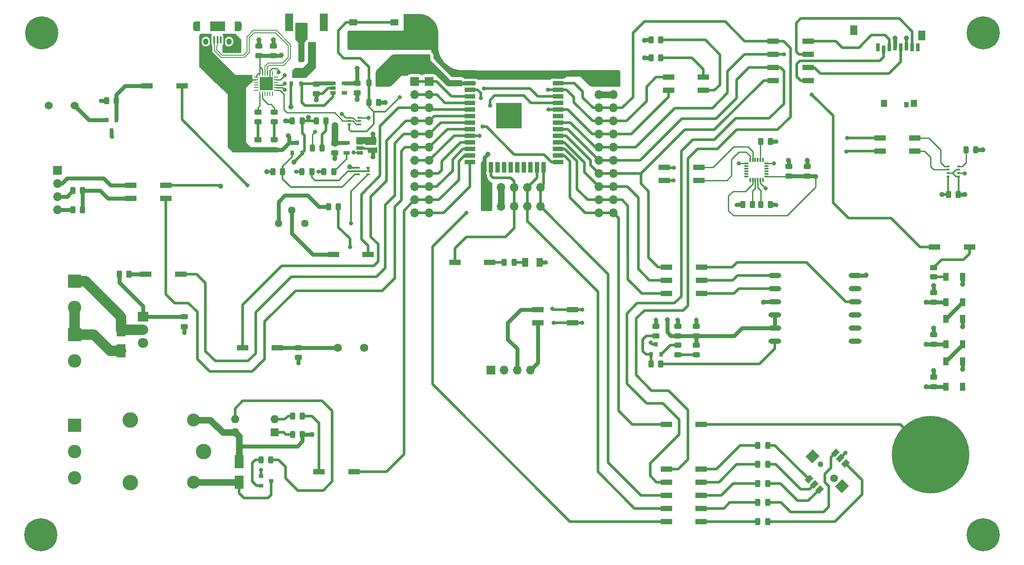
<source format=gbr>
%TF.GenerationSoftware,KiCad,Pcbnew,(6.0.0)*%
%TF.CreationDate,2022-02-10T17:27:59+01:00*%
%TF.ProjectId,ESP32IoTPlatform,45535033-3249-46f5-9450-6c6174666f72,rev?*%
%TF.SameCoordinates,Original*%
%TF.FileFunction,Copper,L1,Top*%
%TF.FilePolarity,Positive*%
%FSLAX46Y46*%
G04 Gerber Fmt 4.6, Leading zero omitted, Abs format (unit mm)*
G04 Created by KiCad (PCBNEW (6.0.0)) date 2022-02-10 17:27:59*
%MOMM*%
%LPD*%
G01*
G04 APERTURE LIST*
G04 Aperture macros list*
%AMRoundRect*
0 Rectangle with rounded corners*
0 $1 Rounding radius*
0 $2 $3 $4 $5 $6 $7 $8 $9 X,Y pos of 4 corners*
0 Add a 4 corners polygon primitive as box body*
4,1,4,$2,$3,$4,$5,$6,$7,$8,$9,$2,$3,0*
0 Add four circle primitives for the rounded corners*
1,1,$1+$1,$2,$3*
1,1,$1+$1,$4,$5*
1,1,$1+$1,$6,$7*
1,1,$1+$1,$8,$9*
0 Add four rect primitives between the rounded corners*
20,1,$1+$1,$2,$3,$4,$5,0*
20,1,$1+$1,$4,$5,$6,$7,0*
20,1,$1+$1,$6,$7,$8,$9,0*
20,1,$1+$1,$8,$9,$2,$3,0*%
%AMRotRect*
0 Rectangle, with rotation*
0 The origin of the aperture is its center*
0 $1 length*
0 $2 width*
0 $3 Rotation angle, in degrees counterclockwise*
0 Add horizontal line*
21,1,$1,$2,0,0,$3*%
G04 Aperture macros list end*
%TA.AperFunction,SMDPad,CuDef*%
%ADD10R,1.800000X2.500000*%
%TD*%
%TA.AperFunction,ComponentPad*%
%ADD11R,2.000000X1.905000*%
%TD*%
%TA.AperFunction,ComponentPad*%
%ADD12O,2.000000X1.905000*%
%TD*%
%TA.AperFunction,SMDPad,CuDef*%
%ADD13RoundRect,0.243750X-0.456250X0.243750X-0.456250X-0.243750X0.456250X-0.243750X0.456250X0.243750X0*%
%TD*%
%TA.AperFunction,SMDPad,CuDef*%
%ADD14RoundRect,0.250000X1.025000X-0.787500X1.025000X0.787500X-1.025000X0.787500X-1.025000X-0.787500X0*%
%TD*%
%TA.AperFunction,SMDPad,CuDef*%
%ADD15RoundRect,0.243750X0.456250X-0.243750X0.456250X0.243750X-0.456250X0.243750X-0.456250X-0.243750X0*%
%TD*%
%TA.AperFunction,SMDPad,CuDef*%
%ADD16RoundRect,0.243750X0.243750X0.456250X-0.243750X0.456250X-0.243750X-0.456250X0.243750X-0.456250X0*%
%TD*%
%TA.AperFunction,SMDPad,CuDef*%
%ADD17R,0.400000X1.350000*%
%TD*%
%TA.AperFunction,ComponentPad*%
%ADD18O,1.000000X1.900000*%
%TD*%
%TA.AperFunction,SMDPad,CuDef*%
%ADD19R,2.900000X1.900000*%
%TD*%
%TA.AperFunction,SMDPad,CuDef*%
%ADD20R,0.875000X1.900000*%
%TD*%
%TA.AperFunction,ComponentPad*%
%ADD21O,1.050000X1.250000*%
%TD*%
%TA.AperFunction,SMDPad,CuDef*%
%ADD22RoundRect,0.243750X-0.243750X-0.456250X0.243750X-0.456250X0.243750X0.456250X-0.243750X0.456250X0*%
%TD*%
%TA.AperFunction,SMDPad,CuDef*%
%ADD23RoundRect,0.062500X-0.062500X0.350000X-0.062500X-0.350000X0.062500X-0.350000X0.062500X0.350000X0*%
%TD*%
%TA.AperFunction,SMDPad,CuDef*%
%ADD24RoundRect,0.062500X-0.350000X0.062500X-0.350000X-0.062500X0.350000X-0.062500X0.350000X0.062500X0*%
%TD*%
%TA.AperFunction,SMDPad,CuDef*%
%ADD25R,2.600000X2.600000*%
%TD*%
%TA.AperFunction,SMDPad,CuDef*%
%ADD26R,1.220000X0.650000*%
%TD*%
%TA.AperFunction,SMDPad,CuDef*%
%ADD27R,0.900000X0.800000*%
%TD*%
%TA.AperFunction,SMDPad,CuDef*%
%ADD28R,2.160000X1.120000*%
%TD*%
%TA.AperFunction,SMDPad,CuDef*%
%ADD29R,1.060000X0.650000*%
%TD*%
%TA.AperFunction,SMDPad,CuDef*%
%ADD30R,0.800000X0.900000*%
%TD*%
%TA.AperFunction,SMDPad,CuDef*%
%ADD31R,0.600000X0.450000*%
%TD*%
%TA.AperFunction,SMDPad,CuDef*%
%ADD32R,1.000000X1.500000*%
%TD*%
%TA.AperFunction,ComponentPad*%
%ADD33R,2.600000X2.600000*%
%TD*%
%TA.AperFunction,ComponentPad*%
%ADD34C,2.600000*%
%TD*%
%TA.AperFunction,ComponentPad*%
%ADD35R,1.600000X1.600000*%
%TD*%
%TA.AperFunction,ComponentPad*%
%ADD36O,1.600000X1.600000*%
%TD*%
%TA.AperFunction,ComponentPad*%
%ADD37R,1.700000X1.700000*%
%TD*%
%TA.AperFunction,ComponentPad*%
%ADD38O,1.700000X1.700000*%
%TD*%
%TA.AperFunction,SMDPad,CuDef*%
%ADD39R,0.650000X0.400000*%
%TD*%
%TA.AperFunction,ComponentPad*%
%ADD40C,1.440000*%
%TD*%
%TA.AperFunction,SMDPad,CuDef*%
%ADD41R,0.800000X1.500000*%
%TD*%
%TA.AperFunction,SMDPad,CuDef*%
%ADD42R,1.300000X1.400000*%
%TD*%
%TA.AperFunction,SMDPad,CuDef*%
%ADD43R,1.400000X1.900000*%
%TD*%
%TA.AperFunction,SMDPad,CuDef*%
%ADD44R,0.950000X1.000000*%
%TD*%
%TA.AperFunction,ComponentPad*%
%ADD45C,0.800000*%
%TD*%
%TA.AperFunction,ComponentPad*%
%ADD46C,6.400000*%
%TD*%
%TA.AperFunction,SMDPad,CuDef*%
%ADD47R,1.500000X3.400000*%
%TD*%
%TA.AperFunction,SMDPad,CuDef*%
%ADD48R,1.000000X3.500000*%
%TD*%
%TA.AperFunction,ComponentPad*%
%ADD49C,3.000000*%
%TD*%
%TA.AperFunction,ComponentPad*%
%ADD50C,2.500000*%
%TD*%
%TA.AperFunction,SMDPad,CuDef*%
%ADD51C,15.000000*%
%TD*%
%TA.AperFunction,SMDPad,CuDef*%
%ADD52RoundRect,0.250000X0.375000X0.625000X-0.375000X0.625000X-0.375000X-0.625000X0.375000X-0.625000X0*%
%TD*%
%TA.AperFunction,SMDPad,CuDef*%
%ADD53O,2.500000X1.000000*%
%TD*%
%TA.AperFunction,ComponentPad*%
%ADD54C,1.600000*%
%TD*%
%TA.AperFunction,SMDPad,CuDef*%
%ADD55R,1.550000X1.300000*%
%TD*%
%TA.AperFunction,SMDPad,CuDef*%
%ADD56R,2.000000X0.900000*%
%TD*%
%TA.AperFunction,SMDPad,CuDef*%
%ADD57R,0.900000X2.000000*%
%TD*%
%TA.AperFunction,SMDPad,CuDef*%
%ADD58R,5.000000X5.000000*%
%TD*%
%TA.AperFunction,ComponentPad*%
%ADD59C,1.524000*%
%TD*%
%TA.AperFunction,SMDPad,CuDef*%
%ADD60R,0.500000X0.350000*%
%TD*%
%TA.AperFunction,WasherPad*%
%ADD61C,1.100000*%
%TD*%
%TA.AperFunction,WasherPad*%
%ADD62C,1.500000*%
%TD*%
%TA.AperFunction,SMDPad,CuDef*%
%ADD63RotRect,1.350000X1.000000X45.000000*%
%TD*%
%TA.AperFunction,SMDPad,CuDef*%
%ADD64RotRect,2.000000X1.800000X45.000000*%
%TD*%
%TA.AperFunction,SMDPad,CuDef*%
%ADD65RoundRect,0.075000X-0.350000X-0.075000X0.350000X-0.075000X0.350000X0.075000X-0.350000X0.075000X0*%
%TD*%
%TA.AperFunction,SMDPad,CuDef*%
%ADD66RoundRect,0.075000X0.075000X-0.350000X0.075000X0.350000X-0.075000X0.350000X-0.075000X-0.350000X0*%
%TD*%
%TA.AperFunction,SMDPad,CuDef*%
%ADD67RoundRect,0.250000X0.262500X0.450000X-0.262500X0.450000X-0.262500X-0.450000X0.262500X-0.450000X0*%
%TD*%
%TA.AperFunction,SMDPad,CuDef*%
%ADD68RoundRect,0.250000X0.450000X-0.262500X0.450000X0.262500X-0.450000X0.262500X-0.450000X-0.262500X0*%
%TD*%
%TA.AperFunction,ViaPad*%
%ADD69C,1.000000*%
%TD*%
%TA.AperFunction,ViaPad*%
%ADD70C,0.800000*%
%TD*%
%TA.AperFunction,Conductor*%
%ADD71C,0.254000*%
%TD*%
%TA.AperFunction,Conductor*%
%ADD72C,1.270000*%
%TD*%
%TA.AperFunction,Conductor*%
%ADD73C,0.762000*%
%TD*%
%TA.AperFunction,Conductor*%
%ADD74C,0.508000*%
%TD*%
%TA.AperFunction,Conductor*%
%ADD75C,0.304800*%
%TD*%
%TA.AperFunction,Conductor*%
%ADD76C,0.200000*%
%TD*%
%TA.AperFunction,Conductor*%
%ADD77C,2.032000*%
%TD*%
G04 APERTURE END LIST*
D10*
%TO.P,D12,1,K*%
%TO.N,VDD*%
X62400000Y-113800000D03*
%TO.P,D12,2,A*%
%TO.N,Net-(D12-Pad2)*%
X62400000Y-109800000D03*
%TD*%
D11*
%TO.P,Q3,1,G*%
%TO.N,Net-(Q3-Pad1)*%
X66655000Y-107260000D03*
D12*
%TO.P,Q3,2,D*%
%TO.N,Net-(D12-Pad2)*%
X66655000Y-109800000D03*
%TO.P,Q3,3,S*%
%TO.N,GND*%
X66655000Y-112340000D03*
%TD*%
D13*
%TO.P,R14,1*%
%TO.N,Net-(Q3-Pad1)*%
X74600000Y-107262500D03*
%TO.P,R14,2*%
%TO.N,GND*%
X74600000Y-109137500D03*
%TD*%
D14*
%TO.P,C3,1*%
%TO.N,+3V3*%
X120606999Y-58056499D03*
%TO.P,C3,2*%
%TO.N,GND*%
X120606999Y-51831499D03*
%TD*%
D15*
%TO.P,C4,1*%
%TO.N,+3V3*%
X89000000Y-56737500D03*
%TO.P,C4,2*%
%TO.N,GND*%
X89000000Y-54862500D03*
%TD*%
%TO.P,C5,1*%
%TO.N,+3V3*%
X91800000Y-56737500D03*
%TO.P,C5,2*%
%TO.N,GND*%
X91800000Y-54862500D03*
%TD*%
%TO.P,C6,1*%
%TO.N,GND*%
X103600000Y-75537500D03*
%TO.P,C6,2*%
%TO.N,+5V*%
X103600000Y-73662500D03*
%TD*%
%TO.P,C7,1*%
%TO.N,GND*%
X111000000Y-75068750D03*
%TO.P,C7,2*%
%TO.N,+BATT*%
X111000000Y-73193750D03*
%TD*%
D13*
%TO.P,D1,1,K*%
%TO.N,Net-(D1-Pad1)*%
X88800000Y-73062500D03*
%TO.P,D1,2,A*%
%TO.N,VBUS*%
X88800000Y-74937500D03*
%TD*%
%TO.P,D2,1,K*%
%TO.N,Net-(D2-Pad1)*%
X92000000Y-73062500D03*
%TO.P,D2,2,A*%
%TO.N,VBUS*%
X92000000Y-74937500D03*
%TD*%
D16*
%TO.P,D3,1,K*%
%TO.N,Net-(D3-Pad1)*%
X101937500Y-69400000D03*
%TO.P,D3,2,A*%
%TO.N,+5V*%
X100062500Y-69400000D03*
%TD*%
D17*
%TO.P,J1,1,VBUS*%
%TO.N,VBUS*%
X79700000Y-53735000D03*
%TO.P,J1,2,D-*%
%TO.N,D-*%
X80350000Y-53735000D03*
%TO.P,J1,3,D+*%
%TO.N,D+*%
X81000000Y-53735000D03*
%TO.P,J1,4,ID*%
%TO.N,unconnected-(J1-Pad4)*%
X81650000Y-53735000D03*
%TO.P,J1,5,GND*%
%TO.N,GND*%
X82300000Y-53735000D03*
D18*
%TO.P,J1,6,Shield*%
%TO.N,unconnected-(J1-Pad6)*%
X76825000Y-51060000D03*
D19*
X81000000Y-51060000D03*
D20*
X84737500Y-51060000D03*
X77262500Y-51060000D03*
D21*
X78775000Y-54060000D03*
X83225000Y-54060000D03*
D18*
X85175000Y-51060000D03*
%TD*%
D13*
%TO.P,R2,1*%
%TO.N,Net-(R2-Pad1)*%
X88800000Y-67662500D03*
%TO.P,R2,2*%
%TO.N,Net-(D1-Pad1)*%
X88800000Y-69537500D03*
%TD*%
%TO.P,R3,1*%
%TO.N,Net-(R3-Pad1)*%
X92000000Y-67662500D03*
%TO.P,R3,2*%
%TO.N,Net-(D2-Pad1)*%
X92000000Y-69537500D03*
%TD*%
D22*
%TO.P,R4,1*%
%TO.N,Net-(R4-Pad1)*%
X99325000Y-74600000D03*
%TO.P,R4,2*%
%TO.N,Net-(D3-Pad1)*%
X101200000Y-74600000D03*
%TD*%
D16*
%TO.P,R5,1*%
%TO.N,Net-(R5-Pad1)*%
X103437500Y-79200000D03*
%TO.P,R5,2*%
%TO.N,GND*%
X101562500Y-79200000D03*
%TD*%
D23*
%TO.P,U2,1,~{RI}*%
%TO.N,unconnected-(U2-Pad1)*%
X91650000Y-60262500D03*
%TO.P,U2,2,GND*%
%TO.N,GND*%
X91150000Y-60262500D03*
%TO.P,U2,3,D+*%
%TO.N,D+*%
X90650000Y-60262500D03*
%TO.P,U2,4,D-*%
%TO.N,D-*%
X90150000Y-60262500D03*
%TO.P,U2,5,VIO*%
%TO.N,+3V3*%
X89650000Y-60262500D03*
%TO.P,U2,6,VDD*%
X89150000Y-60262500D03*
D24*
%TO.P,U2,7,REGIN*%
X88462500Y-60950000D03*
%TO.P,U2,8,VBUS*%
%TO.N,VBUS*%
X88462500Y-61450000D03*
%TO.P,U2,9,~{RST}*%
%TO.N,unconnected-(U2-Pad9)*%
X88462500Y-61950000D03*
%TO.P,U2,10,NC*%
%TO.N,unconnected-(U2-Pad10)*%
X88462500Y-62450000D03*
%TO.P,U2,11,GPIO.3*%
%TO.N,unconnected-(U2-Pad11)*%
X88462500Y-62950000D03*
%TO.P,U2,12,RS485/GPIO.2*%
%TO.N,unconnected-(U2-Pad12)*%
X88462500Y-63450000D03*
D23*
%TO.P,U2,13,RXT/GPIO.1*%
%TO.N,Net-(R2-Pad1)*%
X89150000Y-64137500D03*
%TO.P,U2,14,TXT/GPIO.0*%
%TO.N,Net-(R3-Pad1)*%
X89650000Y-64137500D03*
%TO.P,U2,15,~{SUSPEND}*%
%TO.N,unconnected-(U2-Pad15)*%
X90150000Y-64137500D03*
%TO.P,U2,16,VPP*%
%TO.N,unconnected-(U2-Pad16)*%
X90650000Y-64137500D03*
%TO.P,U2,17,SUSPEND*%
%TO.N,unconnected-(U2-Pad17)*%
X91150000Y-64137500D03*
%TO.P,U2,18,~{CTS}*%
%TO.N,unconnected-(U2-Pad18)*%
X91650000Y-64137500D03*
D24*
%TO.P,U2,19,~{RTS}*%
%TO.N,RTS*%
X92337500Y-63450000D03*
%TO.P,U2,20,RXD*%
%TO.N,TXD0*%
X92337500Y-62950000D03*
%TO.P,U2,21,TXD*%
%TO.N,RXD0*%
X92337500Y-62450000D03*
%TO.P,U2,22,~{DSR}*%
%TO.N,unconnected-(U2-Pad22)*%
X92337500Y-61950000D03*
%TO.P,U2,23,~{DTR}*%
%TO.N,DTR*%
X92337500Y-61450000D03*
%TO.P,U2,24,~{DCD}*%
%TO.N,unconnected-(U2-Pad24)*%
X92337500Y-60950000D03*
D25*
%TO.P,U2,25,GND*%
%TO.N,GND*%
X90400000Y-62200000D03*
%TD*%
D26*
%TO.P,U3,1,~{CHRG}*%
%TO.N,Net-(R4-Pad1)*%
X108510000Y-75550000D03*
%TO.P,U3,2,GND*%
%TO.N,GND*%
X108510000Y-74600000D03*
%TO.P,U3,3,BAT*%
%TO.N,+BATT*%
X108510000Y-73650000D03*
%TO.P,U3,4,VCC*%
%TO.N,+5V*%
X105890000Y-73650000D03*
%TO.P,U3,5,PROG*%
%TO.N,Net-(R5-Pad1)*%
X105890000Y-75550000D03*
%TD*%
D27*
%TO.P,Q2,1,E*%
%TO.N,GND*%
X89380999Y-138050000D03*
%TO.P,Q2,2,B*%
%TO.N,Net-(Q2-Pad2)*%
X89380999Y-139950000D03*
%TO.P,Q2,3,C*%
%TO.N,Net-(D11-Pad2)*%
X91380999Y-139000000D03*
%TD*%
D22*
%TO.P,R6,1*%
%TO.N,+3V3*%
X164672499Y-57150999D03*
%TO.P,R6,2*%
%TO.N,Net-(R6-Pad2)*%
X166547499Y-57150999D03*
%TD*%
%TO.P,R7,1*%
%TO.N,+3V3*%
X164672499Y-53750999D03*
%TO.P,R7,2*%
%TO.N,Net-(R7-Pad2)*%
X166547499Y-53750999D03*
%TD*%
D28*
%TO.P,SW2,1*%
%TO.N,IO22*%
X168044999Y-60953999D03*
%TO.P,SW2,2*%
%TO.N,IO21*%
X168044999Y-63493999D03*
%TO.P,SW2,3*%
%TO.N,Net-(R7-Pad2)*%
X174774999Y-63493999D03*
%TO.P,SW2,4*%
%TO.N,Net-(R6-Pad2)*%
X174774999Y-60953999D03*
%TD*%
D13*
%TO.P,C13,1*%
%TO.N,Net-(C13-Pad1)*%
X100068750Y-62262500D03*
%TO.P,C13,2*%
%TO.N,GND*%
X100068750Y-64137500D03*
%TD*%
%TO.P,C14,1*%
%TO.N,+3V3*%
X108000000Y-62112500D03*
%TO.P,C14,2*%
%TO.N,GND*%
X108000000Y-63987500D03*
%TD*%
D29*
%TO.P,IC1,1,VIN*%
%TO.N,Net-(C13-Pad1)*%
X103300000Y-62100000D03*
%TO.P,IC1,2,VSS*%
%TO.N,GND*%
X103300000Y-63050000D03*
%TO.P,IC1,3,CE*%
%TO.N,Net-(C13-Pad1)*%
X103300000Y-64000000D03*
%TO.P,IC1,4,NC*%
%TO.N,unconnected-(IC1-Pad4)*%
X105500000Y-64000000D03*
%TO.P,IC1,5,VOUT*%
%TO.N,+3V3*%
X105500000Y-62100000D03*
%TD*%
D30*
%TO.P,Q1,1,G*%
%TO.N,+5V*%
X95250000Y-62200000D03*
%TO.P,Q1,2,S*%
%TO.N,Net-(C13-Pad1)*%
X97150000Y-62200000D03*
%TO.P,Q1,3,D*%
%TO.N,+BATT*%
X96200000Y-60200000D03*
%TD*%
D22*
%TO.P,R10,1*%
%TO.N,GND*%
X95462500Y-69400000D03*
%TO.P,R10,2*%
%TO.N,+5V*%
X97337500Y-69400000D03*
%TD*%
D31*
%TO.P,D4,1,K*%
%TO.N,Net-(C13-Pad1)*%
X97250000Y-65800000D03*
%TO.P,D4,2,A*%
%TO.N,+5V*%
X95150000Y-65800000D03*
%TD*%
D15*
%TO.P,C15,1*%
%TO.N,+3V3*%
X219222999Y-104412499D03*
%TO.P,C15,2*%
%TO.N,GND*%
X219222999Y-102537499D03*
%TD*%
%TO.P,C16,1*%
%TO.N,+3V3*%
X219222999Y-112540499D03*
%TO.P,C16,2*%
%TO.N,GND*%
X219222999Y-110665499D03*
%TD*%
%TO.P,C17,1*%
%TO.N,+3V3*%
X219222999Y-120795499D03*
%TO.P,C17,2*%
%TO.N,GND*%
X219222999Y-118920499D03*
%TD*%
D32*
%TO.P,D5,1,VDD*%
%TO.N,+3V3*%
X221559999Y-104400999D03*
%TO.P,D5,2,DOUT*%
%TO.N,Net-(D5-Pad2)*%
X224759999Y-104400999D03*
%TO.P,D5,3,VSS*%
%TO.N,GND*%
X224759999Y-99500999D03*
%TO.P,D5,4,DIN*%
%TO.N,Net-(D5-Pad4)*%
X221559999Y-99500999D03*
%TD*%
%TO.P,D6,1,VDD*%
%TO.N,+3V3*%
X221559999Y-112528999D03*
%TO.P,D6,2,DOUT*%
%TO.N,Net-(D6-Pad2)*%
X224759999Y-112528999D03*
%TO.P,D6,3,VSS*%
%TO.N,GND*%
X224759999Y-107628999D03*
%TO.P,D6,4,DIN*%
%TO.N,Net-(D5-Pad2)*%
X221559999Y-107628999D03*
%TD*%
%TO.P,D7,1,VDD*%
%TO.N,+3V3*%
X221559999Y-120783999D03*
%TO.P,D7,2,DOUT*%
%TO.N,unconnected-(D7-Pad2)*%
X224759999Y-120783999D03*
%TO.P,D7,3,VSS*%
%TO.N,GND*%
X224759999Y-115883999D03*
%TO.P,D7,4,DIN*%
%TO.N,Net-(D6-Pad2)*%
X221559999Y-115883999D03*
%TD*%
D16*
%TO.P,D10,1,K*%
%TO.N,Net-(D10-Pad1)*%
X97414499Y-126444999D03*
%TO.P,D10,2,A*%
%TO.N,Net-(D10-Pad2)*%
X95539499Y-126444999D03*
%TD*%
D33*
%TO.P,J2,1,Pin_1*%
%TO.N,Net-(J2-Pad1)*%
X53423999Y-128222999D03*
D34*
%TO.P,J2,2,Pin_2*%
%TO.N,Net-(J2-Pad2)*%
X53423999Y-133302999D03*
%TO.P,J2,3,Pin_3*%
%TO.N,Net-(J2-Pad3)*%
X53423999Y-138382999D03*
%TD*%
D16*
%TO.P,R12,1*%
%TO.N,+5V*%
X97414499Y-130000999D03*
%TO.P,R12,2*%
%TO.N,Net-(R12-Pad2)*%
X95539499Y-130000999D03*
%TD*%
D22*
%TO.P,R13,1*%
%TO.N,Net-(Q2-Pad2)*%
X89443499Y-134900000D03*
%TO.P,R13,2*%
%TO.N,Net-(R13-Pad2)*%
X91318499Y-134900000D03*
%TD*%
D28*
%TO.P,SW7,1*%
%TO.N,IO14*%
X107358000Y-137200000D03*
%TO.P,SW7,2*%
%TO.N,Net-(D10-Pad1)*%
X100628000Y-137200000D03*
%TD*%
D35*
%TO.P,U6,1*%
%TO.N,Net-(R12-Pad2)*%
X92031999Y-129619999D03*
D36*
%TO.P,U6,2*%
%TO.N,Net-(D10-Pad2)*%
X92031999Y-127079999D03*
%TO.P,U6,3*%
%TO.N,Net-(R13-Pad2)*%
X84411999Y-127079999D03*
%TO.P,U6,4*%
%TO.N,+5V*%
X84411999Y-129619999D03*
%TD*%
D22*
%TO.P,R15,1*%
%TO.N,Net-(J5-Pad3)*%
X53112500Y-82880000D03*
%TO.P,R15,2*%
%TO.N,Net-(R15-Pad2)*%
X54987500Y-82880000D03*
%TD*%
D16*
%TO.P,R16,1*%
%TO.N,Net-(R15-Pad2)*%
X54987500Y-86563000D03*
%TO.P,R16,2*%
%TO.N,GND*%
X53112500Y-86563000D03*
%TD*%
D37*
%TO.P,J5,1,Pin_1*%
%TO.N,+5V*%
X50113000Y-78943000D03*
D38*
%TO.P,J5,2,Pin_2*%
%TO.N,Net-(J5-Pad2)*%
X50113000Y-81483000D03*
%TO.P,J5,3,Pin_3*%
%TO.N,Net-(J5-Pad3)*%
X50113000Y-84023000D03*
%TO.P,J5,4,Pin_4*%
%TO.N,GND*%
X50113000Y-86563000D03*
%TD*%
D39*
%TO.P,Q6,1,E1*%
%TO.N,DTR*%
X106450000Y-68750000D03*
%TO.P,Q6,2,B1*%
%TO.N,RTS*%
X106450000Y-69400000D03*
%TO.P,Q6,3,C1*%
%TO.N,EN*%
X106450000Y-70050000D03*
%TO.P,Q6,4,E1*%
%TO.N,RTS*%
X108350000Y-70050000D03*
%TO.P,Q6,5,B1*%
%TO.N,DTR*%
X108350000Y-69400000D03*
%TO.P,Q6,6,C1*%
%TO.N,IO0*%
X108350000Y-68750000D03*
%TD*%
%TO.P,Q7,1,E1*%
%TO.N,VBUS*%
X108150000Y-78450000D03*
%TO.P,Q7,2,B1*%
%TO.N,Net-(Q7-Pad2)*%
X108150000Y-79100000D03*
%TO.P,Q7,3,C2*%
%TO.N,Net-(Q7-Pad3)*%
X108150000Y-79750000D03*
%TO.P,Q7,4,E2*%
%TO.N,+5V*%
X110050000Y-79750000D03*
%TO.P,Q7,5,B2*%
%TO.N,Net-(Q7-Pad2)*%
X110050000Y-79100000D03*
%TO.P,Q7,6,C1*%
X110050000Y-78450000D03*
%TD*%
D30*
%TO.P,Q8,1,G*%
%TO.N,Net-(Q7-Pad3)*%
X95450000Y-75600000D03*
%TO.P,Q8,2,S*%
%TO.N,+5V*%
X97350000Y-75600000D03*
%TO.P,Q8,3,D*%
%TO.N,VBUS*%
X96400000Y-73600000D03*
%TD*%
D22*
%TO.P,R28,1*%
%TO.N,GND*%
X91725000Y-79200000D03*
%TO.P,R28,2*%
%TO.N,Net-(Q7-Pad3)*%
X93600000Y-79200000D03*
%TD*%
%TO.P,R29,1*%
%TO.N,GND*%
X97325000Y-79200000D03*
%TO.P,R29,2*%
%TO.N,Net-(Q7-Pad2)*%
X99200000Y-79200000D03*
%TD*%
D16*
%TO.P,R21,1*%
%TO.N,+3V3*%
X104337500Y-86000000D03*
%TO.P,R21,2*%
%TO.N,Net-(R21-Pad2)*%
X102462500Y-86000000D03*
%TD*%
D28*
%TO.P,SW15,1*%
%TO.N,IO34*%
X110085000Y-95200000D03*
%TO.P,SW15,2*%
%TO.N,Net-(RV1-Pad2)*%
X103355000Y-95200000D03*
%TD*%
D40*
%TO.P,RV1,1,1*%
%TO.N,GND*%
X97873999Y-89233999D03*
%TO.P,RV1,2,2*%
%TO.N,Net-(RV1-Pad2)*%
X95333999Y-86693999D03*
%TO.P,RV1,3,3*%
%TO.N,Net-(R21-Pad2)*%
X92793999Y-89233999D03*
%TD*%
D41*
%TO.P,SD1,1,NC*%
%TO.N,unconnected-(SD1-Pad1)*%
X208469999Y-55147999D03*
%TO.P,SD1,2,CS*%
%TO.N,CS*%
X209569999Y-55547999D03*
%TO.P,SD1,3,MOSI*%
%TO.N,MOSI*%
X210669999Y-55147999D03*
%TO.P,SD1,4,3V3*%
%TO.N,+3V3*%
X211769999Y-54947999D03*
%TO.P,SD1,5,SCK*%
%TO.N,SCK*%
X212869999Y-55147999D03*
%TO.P,SD1,6,GND*%
%TO.N,GND*%
X213969999Y-54947999D03*
%TO.P,SD1,7,MISO*%
%TO.N,MISO*%
X215069999Y-55147999D03*
%TO.P,SD1,8,NC*%
%TO.N,unconnected-(SD1-Pad8)*%
X216169999Y-55147999D03*
D42*
%TO.P,SD1,S1*%
%TO.N,N/C*%
X215359999Y-66007999D03*
%TO.P,SD1,S2*%
X209659999Y-66007999D03*
D43*
%TO.P,SD1,S3*%
X216959999Y-52857999D03*
%TO.P,SD1,S4*%
X203809999Y-51857999D03*
D44*
%TO.P,SD1,SW*%
X213969999Y-66207999D03*
%TD*%
D28*
%TO.P,SW19,1*%
%TO.N,IO23*%
X188244999Y-53940999D03*
%TO.P,SW19,2*%
%TO.N,IO19*%
X188244999Y-56480999D03*
%TO.P,SW19,3*%
%TO.N,IO18*%
X188244999Y-59020999D03*
%TO.P,SW19,4*%
%TO.N,IO5*%
X188244999Y-61560999D03*
%TO.P,SW19,5*%
%TO.N,CS*%
X194974999Y-61560999D03*
%TO.P,SW19,6*%
%TO.N,SCK*%
X194974999Y-59020999D03*
%TO.P,SW19,7*%
%TO.N,MISO*%
X194974999Y-56480999D03*
%TO.P,SW19,8*%
%TO.N,MOSI*%
X194974999Y-53940999D03*
%TD*%
D45*
%TO.P,H1,1*%
%TO.N,N/C*%
X45376943Y-54101055D03*
D46*
X47073999Y-52403999D03*
D45*
X47073999Y-50003999D03*
X45376943Y-50706943D03*
X47073999Y-54803999D03*
X44673999Y-52403999D03*
X48771055Y-54101055D03*
X48771055Y-50706943D03*
X49473999Y-52403999D03*
%TD*%
%TO.P,H2,1*%
%TO.N,N/C*%
X226360999Y-52403999D03*
X230458055Y-54101055D03*
X227063943Y-54101055D03*
X231160999Y-52403999D03*
X228760999Y-50003999D03*
X228760999Y-54803999D03*
X227063943Y-50706943D03*
D46*
X228760999Y-52403999D03*
D45*
X230458055Y-50706943D03*
%TD*%
%TO.P,H3,1*%
%TO.N,N/C*%
X44546999Y-149431999D03*
X48644055Y-151129055D03*
X45249943Y-151129055D03*
D46*
X46946999Y-149431999D03*
D45*
X46946999Y-151831999D03*
X46946999Y-147031999D03*
X48644055Y-147734943D03*
X49346999Y-149431999D03*
X45249943Y-147734943D03*
%TD*%
%TO.P,H4,1*%
%TO.N,N/C*%
X230458055Y-151129055D03*
X227063943Y-151129055D03*
X226360999Y-149431999D03*
X227063943Y-147734943D03*
X231160999Y-149431999D03*
X230458055Y-147734943D03*
D46*
X228760999Y-149431999D03*
D45*
X228760999Y-147031999D03*
X228760999Y-151831999D03*
%TD*%
D37*
%TO.P,J7,1,Pin_1*%
%TO.N,GND*%
X133179999Y-82248999D03*
D38*
%TO.P,J7,2,Pin_2*%
%TO.N,+5V*%
X135719999Y-82248999D03*
%TO.P,J7,3,Pin_3*%
%TO.N,IO13*%
X138259999Y-82248999D03*
%TO.P,J7,4,Pin_4*%
%TO.N,IO15*%
X140799999Y-82248999D03*
%TO.P,J7,5,Pin_5*%
%TO.N,IO2*%
X143339999Y-82248999D03*
%TD*%
D37*
%TO.P,J8,1,Pin_1*%
%TO.N,GND*%
X133179999Y-85931999D03*
D38*
%TO.P,J8,2,Pin_2*%
%TO.N,+5V*%
X135719999Y-85931999D03*
%TO.P,J8,3,Pin_3*%
%TO.N,IO13*%
X138259999Y-85931999D03*
%TO.P,J8,4,Pin_4*%
%TO.N,IO15*%
X140799999Y-85931999D03*
%TO.P,J8,5,Pin_5*%
%TO.N,IO2*%
X143339999Y-85931999D03*
%TD*%
D47*
%TO.P,JST1,*%
%TO.N,*%
X101550000Y-50356750D03*
X94850000Y-50356750D03*
D48*
%TO.P,JST1,1,Pin_1*%
%TO.N,+BATT*%
X99200000Y-56106750D03*
%TO.P,JST1,2,Pin_2*%
%TO.N,GND*%
X97200000Y-56106750D03*
%TD*%
D49*
%TO.P,K1,1*%
%TO.N,Net-(J2-Pad2)*%
X78366799Y-133277599D03*
D50*
%TO.P,K1,2*%
%TO.N,Net-(D11-Pad2)*%
X76416799Y-139227599D03*
D49*
%TO.P,K1,3*%
%TO.N,Net-(J2-Pad3)*%
X64166799Y-139277599D03*
%TO.P,K1,4*%
%TO.N,Net-(J2-Pad1)*%
X64216799Y-127227599D03*
D50*
%TO.P,K1,5*%
%TO.N,+5V*%
X76416799Y-127227599D03*
%TD*%
D37*
%TO.P,J6,1,Pin_1*%
%TO.N,GND*%
X133743999Y-117551999D03*
D38*
%TO.P,J6,2,Pin_2*%
%TO.N,+3V3*%
X136283999Y-117551999D03*
%TO.P,J6,3,Pin_3*%
%TO.N,Net-(SW10-Pad3)*%
X138823999Y-117551999D03*
%TO.P,J6,4,Pin_4*%
%TO.N,Net-(SW10-Pad4)*%
X141363999Y-117551999D03*
%TD*%
D28*
%TO.P,SW10,1*%
%TO.N,IO21*%
X149554999Y-108407999D03*
%TO.P,SW10,2*%
%TO.N,IO22*%
X149554999Y-105867999D03*
%TO.P,SW10,3*%
%TO.N,Net-(SW10-Pad3)*%
X142824999Y-105867999D03*
%TO.P,SW10,4*%
%TO.N,Net-(SW10-Pad4)*%
X142824999Y-108407999D03*
%TD*%
D16*
%TO.P,C2,1*%
%TO.N,GND*%
X112137500Y-65800000D03*
%TO.P,C2,2*%
%TO.N,EN*%
X110262500Y-65800000D03*
%TD*%
D15*
%TO.P,C1,1*%
%TO.N,+3V3*%
X126702999Y-62104499D03*
%TO.P,C1,2*%
%TO.N,GND*%
X126702999Y-60229499D03*
%TD*%
D51*
%TO.P,TP1,1*%
%TO.N,Net-(SW16-Pad2)*%
X218615999Y-133864999D03*
%TD*%
D10*
%TO.P,D11,1,K*%
%TO.N,+5V*%
X85173999Y-135239999D03*
%TO.P,D11,2,A*%
%TO.N,Net-(D11-Pad2)*%
X85173999Y-139239999D03*
%TD*%
D33*
%TO.P,J4,1,Pin_1*%
%TO.N,VDD*%
X53423999Y-110696999D03*
D34*
%TO.P,J4,2,Pin_2*%
%TO.N,GND*%
X53423999Y-115776999D03*
%TD*%
D28*
%TO.P,SW8,1*%
%TO.N,IO32*%
X73888999Y-99000000D03*
%TO.P,SW8,2*%
%TO.N,Net-(R32-Pad1)*%
X67158999Y-99000000D03*
%TD*%
D33*
%TO.P,J3,1,Pin_1*%
%TO.N,Net-(D12-Pad2)*%
X53423999Y-100409999D03*
D34*
%TO.P,J3,2,Pin_2*%
%TO.N,VDD*%
X53423999Y-105489999D03*
%TD*%
D28*
%TO.P,SW6,1*%
%TO.N,IO13*%
X126822999Y-96723999D03*
%TO.P,SW6,2*%
%TO.N,Net-(R11-Pad1)*%
X133552999Y-96723999D03*
%TD*%
D22*
%TO.P,R11,1*%
%TO.N,Net-(R11-Pad1)*%
X136362499Y-96723999D03*
%TO.P,R11,2*%
%TO.N,Net-(D9-Pad2)*%
X138237499Y-96723999D03*
%TD*%
D52*
%TO.P,D9,1,K*%
%TO.N,GND*%
X143144999Y-96723999D03*
%TO.P,D9,2,A*%
%TO.N,Net-(D9-Pad2)*%
X140344999Y-96723999D03*
%TD*%
D28*
%TO.P,SW11,1*%
%TO.N,IO5*%
X167691999Y-97623999D03*
%TO.P,SW11,2*%
%TO.N,IO17*%
X167691999Y-100163999D03*
%TO.P,SW11,3*%
%TO.N,IO16*%
X167691999Y-102703999D03*
%TO.P,SW11,4*%
%TO.N,Net-(SW11-Pad4)*%
X174421999Y-102703999D03*
%TO.P,SW11,5*%
%TO.N,Net-(SW11-Pad5)*%
X174421999Y-100163999D03*
%TO.P,SW11,6*%
%TO.N,Net-(SW11-Pad6)*%
X174421999Y-97623999D03*
%TD*%
D15*
%TO.P,C20,1*%
%TO.N,+3V3*%
X169847999Y-110926499D03*
%TO.P,C20,2*%
%TO.N,GND*%
X169847999Y-109051499D03*
%TD*%
%TO.P,C19,1*%
%TO.N,+3V3*%
X173403999Y-110926499D03*
%TO.P,C19,2*%
%TO.N,GND*%
X173403999Y-109051499D03*
%TD*%
%TO.P,D13,1,K*%
%TO.N,Net-(D13-Pad1)*%
X173403999Y-114609499D03*
%TO.P,D13,2,A*%
%TO.N,+3V3*%
X173403999Y-112734499D03*
%TD*%
D30*
%TO.P,Q4,1,G*%
%TO.N,Net-(Q4-Pad1)*%
X164706999Y-114544999D03*
%TO.P,Q4,2,D*%
%TO.N,Net-(Q4-Pad2)*%
X166606999Y-114544999D03*
%TO.P,Q4,3,S*%
%TO.N,GND*%
X165656999Y-112544999D03*
%TD*%
D15*
%TO.P,R17,1*%
%TO.N,Net-(Q4-Pad1)*%
X165600000Y-110926499D03*
%TO.P,R17,2*%
%TO.N,GND*%
X165600000Y-109051499D03*
%TD*%
D13*
%TO.P,R18,1*%
%TO.N,Net-(Q4-Pad2)*%
X169847999Y-112734499D03*
%TO.P,R18,2*%
%TO.N,Net-(D13-Pad1)*%
X169847999Y-114609499D03*
%TD*%
D53*
%TO.P,U7,1,RXD*%
%TO.N,Net-(SW11-Pad5)*%
X188571599Y-99259599D03*
%TO.P,U7,2,TXD*%
%TO.N,Net-(SW11-Pad4)*%
X188571599Y-101779599D03*
%TO.P,U7,3,GND*%
%TO.N,GND*%
X188571599Y-104319599D03*
%TO.P,U7,4,VCC*%
%TO.N,+3V3*%
X188571599Y-106859599D03*
%TO.P,U7,5,V_BCKP*%
X188571599Y-109399599D03*
%TO.P,U7,6,1PPS*%
%TO.N,Net-(R31-Pad1)*%
X188571599Y-111939599D03*
%TO.P,U7,7,TIMER*%
%TO.N,unconnected-(U7-Pad7)*%
X204081599Y-111939599D03*
%TO.P,U7,8,AADET_N*%
%TO.N,unconnected-(U7-Pad8)*%
X204081599Y-109399599D03*
%TO.P,U7,9*%
%TO.N,N/C*%
X204081599Y-106859599D03*
%TO.P,U7,10,~{RESET}*%
%TO.N,Net-(SW11-Pad6)*%
X204081599Y-104319599D03*
%TO.P,U7,11,EX_ANT*%
%TO.N,unconnected-(U7-Pad11)*%
X204081599Y-101779599D03*
%TO.P,U7,12,GND*%
%TO.N,GND*%
X204081599Y-99239599D03*
%TD*%
D28*
%TO.P,SW9,1*%
%TO.N,IO33*%
X71004000Y-84404000D03*
%TO.P,SW9,2*%
%TO.N,IO27*%
X71004000Y-81864000D03*
%TO.P,SW9,3*%
%TO.N,Net-(J5-Pad2)*%
X64274000Y-81864000D03*
%TO.P,SW9,4*%
%TO.N,Net-(R15-Pad2)*%
X64274000Y-84404000D03*
%TD*%
D13*
%TO.P,R20,1*%
%TO.N,Net-(R19-Pad2)*%
X96600000Y-113262500D03*
%TO.P,R20,2*%
%TO.N,GND*%
X96600000Y-115137500D03*
%TD*%
D28*
%TO.P,SW14,1*%
%TO.N,IO35*%
X85835000Y-113200000D03*
%TO.P,SW14,2*%
%TO.N,Net-(R19-Pad2)*%
X92565000Y-113200000D03*
%TD*%
D54*
%TO.P,R19,1*%
%TO.N,+3V3*%
X109303999Y-113236999D03*
%TO.P,R19,2*%
%TO.N,Net-(R19-Pad2)*%
X104223999Y-113236999D03*
%TD*%
D55*
%TO.P,SW1,1,1*%
%TO.N,GND*%
X107220000Y-54850000D03*
X115180000Y-54850000D03*
%TO.P,SW1,2,2*%
%TO.N,EN*%
X115180000Y-50350000D03*
X107220000Y-50350000D03*
%TD*%
D28*
%TO.P,SW5,1*%
%TO.N,IO19*%
X219418999Y-93750999D03*
%TO.P,SW5,2*%
%TO.N,Net-(R30-Pad2)*%
X226148999Y-93750999D03*
%TD*%
D56*
%TO.P,U1,1,GND*%
%TO.N,GND*%
X129734999Y-60847999D03*
%TO.P,U1,2,VDD*%
%TO.N,+3V3*%
X129734999Y-62117999D03*
%TO.P,U1,3,EN*%
%TO.N,EN*%
X129734999Y-63387999D03*
%TO.P,U1,4,SENSOR_VP*%
%TO.N,VP*%
X129734999Y-64657999D03*
%TO.P,U1,5,SENSOR_VN*%
%TO.N,VN*%
X129734999Y-65927999D03*
%TO.P,U1,6,IO34*%
%TO.N,IO34*%
X129734999Y-67197999D03*
%TO.P,U1,7,IO35*%
%TO.N,IO35*%
X129734999Y-68467999D03*
%TO.P,U1,8,IO32*%
%TO.N,IO32*%
X129734999Y-69737999D03*
%TO.P,U1,9,IO33*%
%TO.N,IO33*%
X129734999Y-71007999D03*
%TO.P,U1,10,IO25*%
%TO.N,IO25*%
X129734999Y-72277999D03*
%TO.P,U1,11,IO26*%
%TO.N,IO26*%
X129734999Y-73547999D03*
%TO.P,U1,12,IO27*%
%TO.N,IO27*%
X129734999Y-74817999D03*
%TO.P,U1,13,IO14*%
%TO.N,IO14*%
X129734999Y-76087999D03*
%TO.P,U1,14,IO12*%
%TO.N,IO12*%
X129734999Y-77357999D03*
D57*
%TO.P,U1,15,GND*%
%TO.N,GND*%
X132519999Y-78357999D03*
%TO.P,U1,16,IO13*%
%TO.N,IO13*%
X133789999Y-78357999D03*
%TO.P,U1,17,SHD/SD2*%
%TO.N,unconnected-(U1-Pad17)*%
X135059999Y-78357999D03*
%TO.P,U1,18,SWP/SD3*%
%TO.N,unconnected-(U1-Pad18)*%
X136329999Y-78357999D03*
%TO.P,U1,19,SCS/CMD*%
%TO.N,unconnected-(U1-Pad19)*%
X137599999Y-78357999D03*
%TO.P,U1,20,SCK/CLK*%
%TO.N,unconnected-(U1-Pad20)*%
X138869999Y-78357999D03*
%TO.P,U1,21,SDO/SD0*%
%TO.N,unconnected-(U1-Pad21)*%
X140139999Y-78357999D03*
%TO.P,U1,22,SDI/SD1*%
%TO.N,unconnected-(U1-Pad22)*%
X141409999Y-78357999D03*
%TO.P,U1,23,IO15*%
%TO.N,IO15*%
X142679999Y-78357999D03*
%TO.P,U1,24,IO2*%
%TO.N,IO2*%
X143949999Y-78357999D03*
D56*
%TO.P,U1,25,IO0*%
%TO.N,IO0*%
X146734999Y-77357999D03*
%TO.P,U1,26,IO4*%
%TO.N,IO4*%
X146734999Y-76087999D03*
%TO.P,U1,27,IO16*%
%TO.N,IO16*%
X146734999Y-74817999D03*
%TO.P,U1,28,IO17*%
%TO.N,IO17*%
X146734999Y-73547999D03*
%TO.P,U1,29,IO5*%
%TO.N,IO5*%
X146734999Y-72277999D03*
%TO.P,U1,30,IO18*%
%TO.N,IO18*%
X146734999Y-71007999D03*
%TO.P,U1,31,IO19*%
%TO.N,IO19*%
X146734999Y-69737999D03*
%TO.P,U1,32,NC*%
%TO.N,unconnected-(U1-Pad32)*%
X146734999Y-68467999D03*
%TO.P,U1,33,IO21*%
%TO.N,IO21*%
X146734999Y-67197999D03*
%TO.P,U1,34,RXD0/IO3*%
%TO.N,RXD0*%
X146734999Y-65927999D03*
%TO.P,U1,35,TXD0/IO1*%
%TO.N,TXD0*%
X146734999Y-64657999D03*
%TO.P,U1,36,IO22*%
%TO.N,IO22*%
X146734999Y-63387999D03*
%TO.P,U1,37,IO23*%
%TO.N,IO23*%
X146734999Y-62117999D03*
%TO.P,U1,38,GND*%
%TO.N,GND*%
X146734999Y-60847999D03*
D58*
%TO.P,U1,39,GND*%
X137234999Y-68347999D03*
%TD*%
D16*
%TO.P,R27,1*%
%TO.N,Net-(Q5-Pad1)*%
X61504500Y-65523000D03*
%TO.P,R27,2*%
%TO.N,GND*%
X59629500Y-65523000D03*
%TD*%
D28*
%TO.P,SW18,1*%
%TO.N,IO26*%
X74165000Y-62600000D03*
%TO.P,SW18,2*%
%TO.N,Net-(Q5-Pad1)*%
X67435000Y-62600000D03*
%TD*%
D30*
%TO.P,Q5,1,G*%
%TO.N,Net-(Q5-Pad1)*%
X61517000Y-69222000D03*
%TO.P,Q5,2,D*%
%TO.N,Net-(BZ1-Pad2)*%
X59617000Y-69222000D03*
%TO.P,Q5,3,S*%
%TO.N,GND*%
X60567000Y-71222000D03*
%TD*%
D59*
%TO.P,BZ1,1,-*%
%TO.N,+3V3*%
X48423000Y-66452000D03*
%TO.P,BZ1,2,+*%
%TO.N,Net-(BZ1-Pad2)*%
X53423000Y-66452000D03*
%TD*%
D22*
%TO.P,R1,1*%
%TO.N,EN*%
X110262500Y-62000000D03*
%TO.P,R1,2*%
%TO.N,+3V3*%
X112137500Y-62000000D03*
%TD*%
D37*
%TO.P,J9,1,Pin_1*%
%TO.N,VP*%
X121876999Y-61801999D03*
D38*
%TO.P,J9,2,Pin_2*%
%TO.N,VN*%
X121876999Y-64341999D03*
%TO.P,J9,3,Pin_3*%
%TO.N,IO34*%
X121876999Y-66881999D03*
%TO.P,J9,4,Pin_4*%
%TO.N,IO35*%
X121876999Y-69421999D03*
%TO.P,J9,5,Pin_5*%
%TO.N,IO32*%
X121876999Y-71961999D03*
%TO.P,J9,6,Pin_6*%
%TO.N,IO33*%
X121876999Y-74501999D03*
%TO.P,J9,7,Pin_7*%
%TO.N,IO25*%
X121876999Y-77041999D03*
%TO.P,J9,8,Pin_8*%
%TO.N,IO26*%
X121876999Y-79581999D03*
%TO.P,J9,9,Pin_9*%
%TO.N,IO27*%
X121876999Y-82121999D03*
%TO.P,J9,10,Pin_10*%
%TO.N,IO14*%
X121876999Y-84661999D03*
%TO.P,J9,11,Pin_11*%
%TO.N,IO12*%
X121876999Y-87201999D03*
%TD*%
D37*
%TO.P,J11,1,Pin_1*%
%TO.N,VP*%
X119082999Y-61801999D03*
D38*
%TO.P,J11,2,Pin_2*%
%TO.N,VN*%
X119082999Y-64341999D03*
%TO.P,J11,3,Pin_3*%
%TO.N,IO34*%
X119082999Y-66881999D03*
%TO.P,J11,4,Pin_4*%
%TO.N,IO35*%
X119082999Y-69421999D03*
%TO.P,J11,5,Pin_5*%
%TO.N,IO32*%
X119082999Y-71961999D03*
%TO.P,J11,6,Pin_6*%
%TO.N,IO33*%
X119082999Y-74501999D03*
%TO.P,J11,7,Pin_7*%
%TO.N,IO25*%
X119082999Y-77041999D03*
%TO.P,J11,8,Pin_8*%
%TO.N,IO26*%
X119082999Y-79581999D03*
%TO.P,J11,9,Pin_9*%
%TO.N,IO27*%
X119082999Y-82121999D03*
%TO.P,J11,10,Pin_10*%
%TO.N,IO14*%
X119082999Y-84661999D03*
%TO.P,J11,11,Pin_11*%
%TO.N,IO12*%
X119082999Y-87201999D03*
%TD*%
D37*
%TO.P,J10,1,Pin_1*%
%TO.N,GND*%
X154642999Y-61801999D03*
D38*
%TO.P,J10,2,Pin_2*%
%TO.N,+3V3*%
X154642999Y-64341999D03*
%TO.P,J10,3,Pin_3*%
%TO.N,IO23*%
X154642999Y-66881999D03*
%TO.P,J10,4,Pin_4*%
%TO.N,IO22*%
X154642999Y-69421999D03*
%TO.P,J10,5,Pin_5*%
%TO.N,IO21*%
X154642999Y-71961999D03*
%TO.P,J10,6,Pin_6*%
%TO.N,IO19*%
X154642999Y-74501999D03*
%TO.P,J10,7,Pin_7*%
%TO.N,IO18*%
X154642999Y-77041999D03*
%TO.P,J10,8,Pin_8*%
%TO.N,IO5*%
X154642999Y-79581999D03*
%TO.P,J10,9,Pin_9*%
%TO.N,IO17*%
X154642999Y-82121999D03*
%TO.P,J10,10,Pin_10*%
%TO.N,IO16*%
X154642999Y-84661999D03*
%TO.P,J10,11,Pin_11*%
%TO.N,IO4*%
X154642999Y-87201999D03*
%TD*%
D37*
%TO.P,J12,1,Pin_1*%
%TO.N,GND*%
X157436999Y-61801999D03*
D38*
%TO.P,J12,2,Pin_2*%
%TO.N,+3V3*%
X157436999Y-64341999D03*
%TO.P,J12,3,Pin_3*%
%TO.N,IO23*%
X157436999Y-66881999D03*
%TO.P,J12,4,Pin_4*%
%TO.N,IO22*%
X157436999Y-69421999D03*
%TO.P,J12,5,Pin_5*%
%TO.N,IO21*%
X157436999Y-71961999D03*
%TO.P,J12,6,Pin_6*%
%TO.N,IO19*%
X157436999Y-74501999D03*
%TO.P,J12,7,Pin_7*%
%TO.N,IO18*%
X157436999Y-77041999D03*
%TO.P,J12,8,Pin_8*%
%TO.N,IO5*%
X157436999Y-79581999D03*
%TO.P,J12,9,Pin_9*%
%TO.N,IO17*%
X157436999Y-82121999D03*
%TO.P,J12,10,Pin_10*%
%TO.N,IO16*%
X157436999Y-84661999D03*
%TO.P,J12,11,Pin_11*%
%TO.N,IO4*%
X157436999Y-87201999D03*
%TD*%
D16*
%TO.P,C8,1*%
%TO.N,+3V3*%
X223937500Y-83600000D03*
%TO.P,C8,2*%
%TO.N,GND*%
X222062500Y-83600000D03*
%TD*%
D28*
%TO.P,SW3,1*%
%TO.N,IO22*%
X208844999Y-72680999D03*
%TO.P,SW3,2*%
%TO.N,IO21*%
X208844999Y-75220999D03*
%TO.P,SW3,3*%
%TO.N,Net-(SW3-Pad3)*%
X215574999Y-75220999D03*
%TO.P,SW3,4*%
%TO.N,Net-(SW3-Pad4)*%
X215574999Y-72680999D03*
%TD*%
D22*
%TO.P,R8,1*%
%TO.N,Net-(R8-Pad1)*%
X225462500Y-74950999D03*
%TO.P,R8,2*%
%TO.N,+3V3*%
X227337500Y-74950999D03*
%TD*%
D60*
%TO.P,U4,1,GND*%
%TO.N,GND*%
X221993999Y-80100000D03*
%TO.P,U4,2,CSB*%
%TO.N,+3V3*%
X221993999Y-79450000D03*
%TO.P,U4,3,SDI*%
%TO.N,Net-(SW3-Pad3)*%
X221993999Y-78800000D03*
%TO.P,U4,4,SCK*%
%TO.N,Net-(SW3-Pad4)*%
X221993999Y-78150000D03*
%TO.P,U4,5,SDO*%
%TO.N,Net-(R8-Pad1)*%
X224043999Y-78150000D03*
%TO.P,U4,6,VDDIO*%
%TO.N,+3V3*%
X224043999Y-78800000D03*
%TO.P,U4,7,GND*%
%TO.N,GND*%
X224043999Y-79450000D03*
%TO.P,U4,8,VDD*%
%TO.N,+3V3*%
X224043999Y-80100000D03*
%TD*%
D61*
%TO.P,T1,*%
%TO.N,*%
X197347496Y-135783496D03*
D62*
X200034502Y-138470502D03*
D63*
%TO.P,T1,1,A*%
%TO.N,Net-(R22-Pad1)*%
X195155465Y-138647279D03*
%TO.P,T1,2,CENTER*%
%TO.N,Net-(R23-Pad1)*%
X196163092Y-139654906D03*
%TO.P,T1,3,C*%
%TO.N,Net-(R24-Pad1)*%
X197170719Y-140662533D03*
%TO.P,T1,4,B*%
%TO.N,Net-(R25-Pad1)*%
X200211279Y-133591465D03*
%TO.P,T1,5,COMMON*%
%TO.N,GND*%
X201218906Y-134599092D03*
%TO.P,T1,6,D*%
%TO.N,Net-(R26-Pad2)*%
X202226533Y-135606719D03*
D64*
%TO.P,T1,7,NC*%
%TO.N,unconnected-(T1-Pad7)*%
X195827217Y-134263217D03*
%TO.P,T1,8,NC*%
%TO.N,unconnected-(T1-Pad8)*%
X201554781Y-139990781D03*
%TD*%
D28*
%TO.P,SW16,1*%
%TO.N,IO4*%
X167625999Y-128023999D03*
%TO.P,SW16,2*%
%TO.N,Net-(SW16-Pad2)*%
X174355999Y-128023999D03*
%TD*%
D16*
%TO.P,R22,1*%
%TO.N,Net-(R22-Pad1)*%
X187168499Y-132086999D03*
%TO.P,R22,2*%
%TO.N,Net-(R22-Pad2)*%
X185293499Y-132086999D03*
%TD*%
%TO.P,R23,1*%
%TO.N,Net-(R23-Pad1)*%
X187168499Y-135769999D03*
%TO.P,R23,2*%
%TO.N,Net-(R23-Pad2)*%
X185293499Y-135769999D03*
%TD*%
%TO.P,R24,1*%
%TO.N,Net-(R24-Pad1)*%
X187168499Y-139452999D03*
%TO.P,R24,2*%
%TO.N,Net-(R24-Pad2)*%
X185293499Y-139452999D03*
%TD*%
D28*
%TO.P,SW17,1*%
%TO.N,IO23*%
X167625999Y-136658999D03*
%TO.P,SW17,2*%
%TO.N,IO18*%
X167625999Y-139198999D03*
%TO.P,SW17,3*%
%TO.N,IO2*%
X167625999Y-141738999D03*
%TO.P,SW17,4*%
%TO.N,IO15*%
X167625999Y-144278999D03*
%TO.P,SW17,5*%
%TO.N,IO25*%
X167625999Y-146818999D03*
%TO.P,SW17,6*%
%TO.N,Net-(R26-Pad1)*%
X174355999Y-146818999D03*
%TO.P,SW17,7*%
%TO.N,Net-(R25-Pad2)*%
X174355999Y-144278999D03*
%TO.P,SW17,8*%
%TO.N,Net-(R24-Pad2)*%
X174355999Y-141738999D03*
%TO.P,SW17,9*%
%TO.N,Net-(R23-Pad2)*%
X174355999Y-139198999D03*
%TO.P,SW17,10*%
%TO.N,Net-(R22-Pad2)*%
X174355999Y-136658999D03*
%TD*%
D16*
%TO.P,R25,1*%
%TO.N,Net-(R25-Pad1)*%
X187168499Y-143135999D03*
%TO.P,R25,2*%
%TO.N,Net-(R25-Pad2)*%
X185293499Y-143135999D03*
%TD*%
D22*
%TO.P,R26,1*%
%TO.N,Net-(R26-Pad1)*%
X185293499Y-146818999D03*
%TO.P,R26,2*%
%TO.N,Net-(R26-Pad2)*%
X187168499Y-146818999D03*
%TD*%
%TO.P,C9,1*%
%TO.N,Net-(C9-Pad1)*%
X185817999Y-85550999D03*
%TO.P,C9,2*%
%TO.N,GND*%
X187692999Y-85550999D03*
%TD*%
D15*
%TO.P,C10,1*%
%TO.N,+3V3*%
X191253999Y-80050499D03*
%TO.P,C10,2*%
%TO.N,GND*%
X191253999Y-78175499D03*
%TD*%
%TO.P,C12,1*%
%TO.N,+3V3*%
X194809999Y-80050499D03*
%TO.P,C12,2*%
%TO.N,GND*%
X194809999Y-78175499D03*
%TD*%
D28*
%TO.P,SW4,1*%
%TO.N,IO22*%
X167197999Y-78350999D03*
%TO.P,SW4,2*%
%TO.N,IO21*%
X167197999Y-80890999D03*
%TO.P,SW4,3*%
%TO.N,Net-(SW4-Pad3)*%
X173927999Y-80890999D03*
%TO.P,SW4,4*%
%TO.N,Net-(SW4-Pad4)*%
X173927999Y-78350999D03*
%TD*%
D22*
%TO.P,C11,1*%
%TO.N,Net-(C11-Pad1)*%
X185817999Y-73397999D03*
%TO.P,C11,2*%
%TO.N,GND*%
X187692999Y-73397999D03*
%TD*%
%TO.P,R9,1*%
%TO.N,GND*%
X182388999Y-85550999D03*
%TO.P,R9,2*%
%TO.N,Net-(R9-Pad2)*%
X184263999Y-85550999D03*
%TD*%
D65*
%TO.P,U5,1,CLKIN*%
%TO.N,GND*%
X183090999Y-77608999D03*
%TO.P,U5,2*%
%TO.N,N/C*%
X183090999Y-78108999D03*
%TO.P,U5,3*%
X183090999Y-78608999D03*
%TO.P,U5,4*%
X183090999Y-79108999D03*
%TO.P,U5,5*%
X183090999Y-79608999D03*
%TO.P,U5,6,AUX_SDA*%
%TO.N,unconnected-(U5-Pad6)*%
X183090999Y-80108999D03*
D66*
%TO.P,U5,7,AUX_SCL*%
%TO.N,unconnected-(U5-Pad7)*%
X183790999Y-80808999D03*
%TO.P,U5,8,VDDIO*%
%TO.N,+3V3*%
X184290999Y-80808999D03*
%TO.P,U5,9,AD0*%
%TO.N,Net-(R9-Pad2)*%
X184790999Y-80808999D03*
%TO.P,U5,10,REGOUT*%
%TO.N,Net-(C9-Pad1)*%
X185290999Y-80808999D03*
%TO.P,U5,11,FSYNC*%
%TO.N,GND*%
X185790999Y-80808999D03*
%TO.P,U5,12,INT*%
%TO.N,unconnected-(U5-Pad12)*%
X186290999Y-80808999D03*
D65*
%TO.P,U5,13,VDD*%
%TO.N,+3V3*%
X186990999Y-80108999D03*
%TO.P,U5,14*%
%TO.N,N/C*%
X186990999Y-79608999D03*
%TO.P,U5,15*%
X186990999Y-79108999D03*
%TO.P,U5,16*%
X186990999Y-78608999D03*
%TO.P,U5,17*%
X186990999Y-78108999D03*
%TO.P,U5,18,GND*%
%TO.N,GND*%
X186990999Y-77608999D03*
D66*
%TO.P,U5,19*%
%TO.N,N/C*%
X186290999Y-76908999D03*
%TO.P,U5,20,CPOUT*%
%TO.N,Net-(C11-Pad1)*%
X185790999Y-76908999D03*
%TO.P,U5,21*%
%TO.N,N/C*%
X185290999Y-76908999D03*
%TO.P,U5,22*%
X184790999Y-76908999D03*
%TO.P,U5,23,SCL*%
%TO.N,Net-(SW4-Pad4)*%
X184290999Y-76908999D03*
%TO.P,U5,24,SDA*%
%TO.N,Net-(SW4-Pad3)*%
X183790999Y-76908999D03*
%TD*%
D67*
%TO.P,R31,1*%
%TO.N,Net-(R31-Pad1)*%
X166512500Y-116400000D03*
%TO.P,R31,2*%
%TO.N,Net-(Q4-Pad1)*%
X164687500Y-116400000D03*
%TD*%
%TO.P,R32,1*%
%TO.N,Net-(R32-Pad1)*%
X63912500Y-99000000D03*
%TO.P,R32,2*%
%TO.N,Net-(Q3-Pad1)*%
X62087500Y-99000000D03*
%TD*%
D68*
%TO.P,R30,1*%
%TO.N,Net-(D5-Pad4)*%
X219209999Y-99546499D03*
%TO.P,R30,2*%
%TO.N,Net-(R30-Pad2)*%
X219209999Y-97721499D03*
%TD*%
D69*
%TO.N,+3V3*%
X163400000Y-53800000D03*
X225200000Y-83600000D03*
X217800000Y-104400000D03*
X217800000Y-112600000D03*
X211800000Y-53400000D03*
D70*
X106600000Y-93800000D03*
D69*
X163400000Y-57200000D03*
X116400000Y-57300000D03*
X228700000Y-75000000D03*
X108000000Y-59200000D03*
X115300000Y-57300000D03*
X196400000Y-80100000D03*
X217800000Y-120800000D03*
X93300000Y-56700000D03*
X117500000Y-57300000D03*
X167800000Y-107800000D03*
D70*
%TO.N,GND*%
X137700000Y-69800000D03*
X135700000Y-66800000D03*
X186800000Y-82400000D03*
X136700000Y-69800000D03*
D69*
X186400000Y-104400000D03*
D70*
X58500000Y-65500000D03*
X188800000Y-85600000D03*
X138700000Y-66800000D03*
X135700000Y-68800000D03*
D69*
X82600000Y-55800000D03*
D70*
X202200000Y-133600000D03*
X164600000Y-112200000D03*
D69*
X94200000Y-69400000D03*
X194800000Y-77000000D03*
X224800000Y-101000000D03*
X224800000Y-117400000D03*
X113400000Y-53400000D03*
D70*
X138700000Y-68800000D03*
X92800000Y-60000000D03*
X181600000Y-77600000D03*
X89400000Y-136900000D03*
X136700000Y-66800000D03*
X136700000Y-68800000D03*
X138700000Y-69800000D03*
X138700000Y-67800000D03*
D69*
X85000000Y-55800000D03*
X219200000Y-109400000D03*
X112000000Y-53400000D03*
X97200000Y-51200000D03*
X219200000Y-101200000D03*
X97200000Y-53600000D03*
D70*
X100500000Y-79200000D03*
X136700000Y-67800000D03*
D69*
X224800000Y-109200000D03*
X219200000Y-117600000D03*
D70*
X173400000Y-107800000D03*
X74600000Y-110400000D03*
D69*
X91800000Y-53700000D03*
D70*
X137700000Y-68800000D03*
X144400000Y-96700000D03*
X165581001Y-107800000D03*
X188400000Y-77600000D03*
X96600000Y-116200000D03*
X225200000Y-79500000D03*
D69*
X103600000Y-76700000D03*
D70*
X181200000Y-85600000D03*
D69*
X110600000Y-53400000D03*
D70*
X188800000Y-73400000D03*
D69*
X100100000Y-65300000D03*
X113400000Y-65800000D03*
D70*
X135700000Y-67800000D03*
D69*
X206200000Y-99200000D03*
D70*
X169800000Y-107800000D03*
D69*
X214000000Y-53400000D03*
X89000000Y-53700000D03*
X90500000Y-79200000D03*
X111000000Y-76331250D03*
X108000000Y-65250000D03*
X97200000Y-52400000D03*
D70*
X96200000Y-79200000D03*
D69*
X109200000Y-53400000D03*
D70*
X135700000Y-69800000D03*
D69*
X220800000Y-83600000D03*
D70*
X137700000Y-66800000D03*
D69*
X83800000Y-55800000D03*
D70*
X60600000Y-72400000D03*
D69*
X133200000Y-75800000D03*
X191200000Y-77000000D03*
D70*
X137700000Y-67800000D03*
%TO.N,EN*%
X116200000Y-64800000D03*
X131800000Y-65000000D03*
D69*
%TO.N,+5V*%
X95800000Y-77300000D03*
X103600000Y-70200000D03*
X99200000Y-130000000D03*
D70*
X106800000Y-89200000D03*
D69*
X95200000Y-66700000D03*
X98600000Y-68700000D03*
%TO.N,+BATT*%
X111000000Y-71931250D03*
X98700000Y-59600000D03*
%TO.N,VBUS*%
X94700000Y-72300000D03*
X106516388Y-78248100D03*
D70*
%TO.N,Net-(R4-Pad1)*%
X107300000Y-75500000D03*
X99800000Y-71500000D03*
%TO.N,IO25*%
X129000000Y-87200000D03*
X131600000Y-72300000D03*
%TO.N,IO26*%
X86800000Y-81800000D03*
D69*
%TO.N,IO27*%
X81600000Y-82000000D03*
D70*
%TO.N,IO0*%
X110200000Y-68800000D03*
X132200000Y-70500000D03*
%TO.N,IO19*%
X190300000Y-56500000D03*
X195700000Y-64300000D03*
%TO.N,IO21*%
X145900000Y-108400000D03*
X202400000Y-75300000D03*
X169000000Y-80900000D03*
X144900000Y-67200000D03*
X151400000Y-108400000D03*
%TO.N,RXD0*%
X94000000Y-62200000D03*
X133600000Y-66400000D03*
%TO.N,TXD0*%
X132450000Y-63100000D03*
X94013714Y-63386286D03*
%TO.N,IO22*%
X145600000Y-105700000D03*
X151400000Y-105900000D03*
X202500000Y-72700000D03*
X169100000Y-78400000D03*
X144800000Y-63400000D03*
%TO.N,DTR*%
X94000000Y-60600000D03*
X105000000Y-68000000D03*
%TD*%
D71*
%TO.N,+3V3*%
X224043999Y-78800000D02*
X223518999Y-78800000D01*
X89650000Y-60262500D02*
X89650000Y-59350000D01*
D72*
X157436999Y-64341999D02*
X154642999Y-64341999D01*
D73*
X163449001Y-53750999D02*
X163400000Y-53800000D01*
X173403999Y-112734499D02*
X173403999Y-110926499D01*
D71*
X89150000Y-56887500D02*
X89000000Y-56737500D01*
D73*
X93262500Y-56737500D02*
X93300000Y-56700000D01*
D71*
X196400000Y-82200000D02*
X190900000Y-87700000D01*
D73*
X217804501Y-120795499D02*
X217800000Y-120800000D01*
D71*
X190900000Y-87700000D02*
X180600000Y-87700000D01*
D73*
X191253999Y-80050499D02*
X194809999Y-80050499D01*
D71*
X186990999Y-80108999D02*
X194751499Y-80108999D01*
D73*
X164672499Y-57150999D02*
X163449001Y-57150999D01*
D71*
X89650000Y-59350000D02*
X89150000Y-58850000D01*
D73*
X108000000Y-62112500D02*
X105512500Y-62112500D01*
D71*
X89150000Y-60262500D02*
X89150000Y-58850000D01*
D73*
X105512500Y-62112500D02*
X105500000Y-62100000D01*
X194809999Y-80050499D02*
X196350499Y-80050499D01*
X228650999Y-74950999D02*
X228700000Y-75000000D01*
X219234499Y-104400999D02*
X219222999Y-104412499D01*
D71*
X182900000Y-83000000D02*
X184290999Y-81609001D01*
X224043999Y-80100000D02*
X223518999Y-80100000D01*
D73*
X126716499Y-62117999D02*
X126702999Y-62104499D01*
X217859501Y-112540499D02*
X217800000Y-112600000D01*
D71*
X196350499Y-80050499D02*
X196400000Y-80100000D01*
D73*
X91800000Y-56737500D02*
X93262500Y-56737500D01*
X188571599Y-109399599D02*
X188571599Y-106859599D01*
D71*
X88837500Y-60262500D02*
X88462500Y-60637500D01*
D73*
X108000000Y-62112500D02*
X108000000Y-59200000D01*
X167800000Y-110200000D02*
X168526499Y-110926499D01*
D71*
X179600000Y-83900000D02*
X180500000Y-83000000D01*
D73*
X211769999Y-54947999D02*
X211769999Y-53430001D01*
X219234499Y-112528999D02*
X219222999Y-112540499D01*
D74*
X104337500Y-86000000D02*
X104337500Y-89937500D01*
D71*
X89150000Y-60262500D02*
X88837500Y-60262500D01*
D73*
X167800000Y-107800000D02*
X167800000Y-110200000D01*
D74*
X104337500Y-89937500D02*
X106400000Y-92000000D01*
D73*
X219234499Y-120783999D02*
X219222999Y-120795499D01*
X221559999Y-120783999D02*
X219234499Y-120783999D01*
D71*
X89150000Y-58850000D02*
X89150000Y-56887500D01*
X222868999Y-79450000D02*
X221993999Y-79450000D01*
D74*
X106400000Y-92000000D02*
X106600000Y-92200000D01*
D73*
X211769999Y-53430001D02*
X211800000Y-53400000D01*
D71*
X180500000Y-83000000D02*
X182900000Y-83000000D01*
D73*
X173403999Y-110926499D02*
X180673501Y-110926499D01*
X223937500Y-83600000D02*
X225200000Y-83600000D01*
D71*
X194751499Y-80108999D02*
X194809999Y-80050499D01*
D73*
X173403999Y-110926499D02*
X169847999Y-110926499D01*
X164672499Y-53750999D02*
X163449001Y-53750999D01*
D74*
X106600000Y-92200000D02*
X106600000Y-93800000D01*
D75*
X224043999Y-83493501D02*
X224043999Y-80100000D01*
D73*
X221559999Y-104400999D02*
X219234499Y-104400999D01*
X217812499Y-104412499D02*
X217800000Y-104400000D01*
X168526499Y-110926499D02*
X169847999Y-110926499D01*
X221559999Y-112528999D02*
X219234499Y-112528999D01*
D71*
X184290999Y-81609001D02*
X184290999Y-80808999D01*
X223518999Y-78800000D02*
X222868999Y-79450000D01*
X88462500Y-60637500D02*
X88462500Y-60950000D01*
X196400000Y-80100000D02*
X196400000Y-82200000D01*
D73*
X219222999Y-120795499D02*
X217804501Y-120795499D01*
X227337500Y-74950999D02*
X228650999Y-74950999D01*
D71*
X180600000Y-87700000D02*
X179600000Y-86700000D01*
D73*
X188571599Y-109399599D02*
X182200401Y-109399599D01*
D71*
X223518999Y-80100000D02*
X222868999Y-79450000D01*
D73*
X91800000Y-56737500D02*
X89000000Y-56737500D01*
X129734999Y-62117999D02*
X126716499Y-62117999D01*
X163449001Y-57150999D02*
X163400000Y-57200000D01*
D75*
X223937500Y-83600000D02*
X224043999Y-83493501D01*
D73*
X219222999Y-104412499D02*
X217812499Y-104412499D01*
X219222999Y-112540499D02*
X217859501Y-112540499D01*
D71*
X179600000Y-86700000D02*
X179600000Y-83900000D01*
D73*
X180673501Y-110926499D02*
X182200401Y-109399599D01*
%TO.N,GND*%
X194809999Y-77009999D02*
X194800000Y-77000000D01*
X89000000Y-54862500D02*
X89000000Y-53700000D01*
X132519999Y-76480001D02*
X133200000Y-75800000D01*
X96600000Y-115137500D02*
X96600000Y-116200000D01*
X143144999Y-96723999D02*
X144376001Y-96723999D01*
X191253999Y-77053999D02*
X191200000Y-77000000D01*
X60567000Y-72367000D02*
X60600000Y-72400000D01*
D71*
X186990999Y-77608999D02*
X188391001Y-77608999D01*
D73*
X181249001Y-85550999D02*
X181200000Y-85600000D01*
D74*
X222062500Y-83600000D02*
X220800000Y-83600000D01*
D71*
X185790999Y-80808999D02*
X185790999Y-81390999D01*
D75*
X222062500Y-83600000D02*
X221993999Y-83531499D01*
D73*
X224759999Y-109159999D02*
X224800000Y-109200000D01*
D74*
X213969999Y-54947999D02*
X213969999Y-53430001D01*
X103300000Y-63050000D02*
X102350000Y-63050000D01*
D73*
X224759999Y-115883999D02*
X224759999Y-117359999D01*
D74*
X102350000Y-63050000D02*
X101262500Y-64137500D01*
X101562500Y-79200000D02*
X100500000Y-79200000D01*
D73*
X219222999Y-118920499D02*
X219222999Y-117622999D01*
X95462500Y-69400000D02*
X94200000Y-69400000D01*
X219222999Y-102537499D02*
X219222999Y-101222999D01*
D74*
X89380999Y-138050000D02*
X89380999Y-136919001D01*
D73*
X103600000Y-75537500D02*
X103600000Y-76700000D01*
X59629500Y-65523000D02*
X58523000Y-65523000D01*
X53112500Y-86563000D02*
X50113000Y-86563000D01*
X206160401Y-99239599D02*
X206200000Y-99200000D01*
X224759999Y-100959999D02*
X224800000Y-101000000D01*
D74*
X201218906Y-134599092D02*
X201218906Y-134581094D01*
D73*
X219222999Y-109422999D02*
X219200000Y-109400000D01*
X188571599Y-104319599D02*
X186480401Y-104319599D01*
X187692999Y-85550999D02*
X188750999Y-85550999D01*
X219222999Y-101222999D02*
X219200000Y-101200000D01*
X194809999Y-78175499D02*
X194809999Y-77009999D01*
D71*
X181608999Y-77608999D02*
X181600000Y-77600000D01*
X91600000Y-59200000D02*
X92400000Y-59200000D01*
D73*
X144376001Y-96723999D02*
X144400000Y-96700000D01*
D71*
X183090999Y-77608999D02*
X181608999Y-77608999D01*
D73*
X191253999Y-78175499D02*
X191253999Y-77053999D01*
D74*
X89380999Y-136919001D02*
X89400000Y-136900000D01*
D73*
X58523000Y-65523000D02*
X58500000Y-65500000D01*
X100068750Y-65268750D02*
X100100000Y-65300000D01*
X186480401Y-104319599D02*
X186400000Y-104400000D01*
D71*
X91150000Y-61450000D02*
X90400000Y-62200000D01*
X91600000Y-59200000D02*
X91150000Y-59650000D01*
D73*
X173403999Y-107803999D02*
X173400000Y-107800000D01*
X204081599Y-99239599D02*
X206160401Y-99239599D01*
X188797999Y-73397999D02*
X188800000Y-73400000D01*
D71*
X185790999Y-81390999D02*
X186800000Y-82400000D01*
D73*
X169847999Y-109051499D02*
X169847999Y-107847999D01*
D71*
X224043999Y-79450000D02*
X225150000Y-79450000D01*
D73*
X108000000Y-63987500D02*
X108000000Y-65250000D01*
X60567000Y-71222000D02*
X60567000Y-72367000D01*
D71*
X188391001Y-77608999D02*
X188400000Y-77600000D01*
D74*
X101262500Y-64137500D02*
X100068750Y-64137500D01*
D73*
X219222999Y-110665499D02*
X219222999Y-109422999D01*
D71*
X91150000Y-60262500D02*
X91150000Y-61450000D01*
D73*
X165600000Y-107818999D02*
X165581001Y-107800000D01*
D71*
X91150000Y-59650000D02*
X91150000Y-60262500D01*
D73*
X224759999Y-117359999D02*
X224800000Y-117400000D01*
D71*
X92400000Y-59200000D02*
X92800000Y-59600000D01*
D73*
X224759999Y-107628999D02*
X224759999Y-109159999D01*
X100068750Y-64137500D02*
X100068750Y-65268750D01*
X112137500Y-65800000D02*
X113400000Y-65800000D01*
D74*
X165656999Y-112544999D02*
X164944999Y-112544999D01*
D73*
X182388999Y-85550999D02*
X181249001Y-85550999D01*
X224759999Y-99500999D02*
X224759999Y-100959999D01*
X169847999Y-107847999D02*
X169800000Y-107800000D01*
D75*
X221993999Y-83531499D02*
X221993999Y-80100000D01*
D71*
X225150000Y-79450000D02*
X225200000Y-79500000D01*
D73*
X187692999Y-73397999D02*
X188797999Y-73397999D01*
D71*
X92800000Y-59600000D02*
X92800000Y-60000000D01*
D74*
X213969999Y-53430001D02*
X214000000Y-53400000D01*
D73*
X188750999Y-85550999D02*
X188800000Y-85600000D01*
X165600000Y-109051499D02*
X165600000Y-107818999D01*
D74*
X164944999Y-112544999D02*
X164600000Y-112200000D01*
X97262500Y-79200000D02*
X96200000Y-79200000D01*
X91725000Y-79200000D02*
X90500000Y-79200000D01*
D73*
X91800000Y-54862500D02*
X91800000Y-53700000D01*
D74*
X201218906Y-134581094D02*
X202200000Y-133600000D01*
D73*
X173403999Y-109051499D02*
X173403999Y-107803999D01*
X74600000Y-109137500D02*
X74600000Y-110400000D01*
X219222999Y-117622999D02*
X219200000Y-117600000D01*
X132519999Y-78357999D02*
X132519999Y-76480001D01*
X111000000Y-75068750D02*
X111000000Y-76331250D01*
D75*
%TO.N,EN*%
X106800000Y-71400000D02*
X109800000Y-71400000D01*
X106450000Y-71050000D02*
X106800000Y-71400000D01*
D74*
X104300000Y-51900000D02*
X105850000Y-50350000D01*
X131800000Y-64000000D02*
X131800000Y-65000000D01*
D75*
X106450000Y-70050000D02*
X106450000Y-71050000D01*
D74*
X129734999Y-63387999D02*
X131187999Y-63387999D01*
X110262500Y-62000000D02*
X110262500Y-65800000D01*
X131187999Y-63387999D02*
X131800000Y-64000000D01*
D75*
X111200000Y-70000000D02*
X111200000Y-67600000D01*
X111200000Y-67600000D02*
X113400000Y-67600000D01*
D74*
X108550000Y-57250000D02*
X105350000Y-57250000D01*
X105350000Y-57250000D02*
X104300000Y-56200000D01*
D75*
X111200000Y-67600000D02*
X110262500Y-66662500D01*
D74*
X110262500Y-58962500D02*
X108550000Y-57250000D01*
X105850000Y-50350000D02*
X107220000Y-50350000D01*
X115180000Y-50350000D02*
X107220000Y-50350000D01*
X110262500Y-62000000D02*
X110262500Y-58962500D01*
D75*
X110262500Y-66662500D02*
X110262500Y-65800000D01*
X113400000Y-67600000D02*
X116200000Y-64800000D01*
X109800000Y-71400000D02*
X111200000Y-70000000D01*
D74*
X104300000Y-56200000D02*
X104300000Y-51900000D01*
%TO.N,+5V*%
X98600000Y-68700000D02*
X98600000Y-69400000D01*
D72*
X84411999Y-129619999D02*
X82019999Y-129619999D01*
D73*
X97414499Y-130000999D02*
X99199001Y-130000999D01*
X105890000Y-73650000D02*
X103612500Y-73650000D01*
D74*
X97337500Y-71737500D02*
X97800000Y-72200000D01*
D73*
X103612500Y-73650000D02*
X103600000Y-73662500D01*
X97414499Y-131285501D02*
X96426001Y-132273999D01*
D74*
X95150000Y-62300000D02*
X95250000Y-62200000D01*
X95150000Y-66650000D02*
X95200000Y-66700000D01*
D75*
X106800000Y-83000000D02*
X106800000Y-89200000D01*
D73*
X99199001Y-130000999D02*
X99200000Y-130000000D01*
D72*
X85173999Y-135239999D02*
X85173999Y-132273999D01*
D75*
X110050000Y-79750000D02*
X106800000Y-83000000D01*
D74*
X95150000Y-65800000D02*
X95150000Y-62300000D01*
D73*
X96426001Y-132273999D02*
X85173999Y-132273999D01*
D72*
X82019999Y-129619999D02*
X79627599Y-127227599D01*
D74*
X97337500Y-69400000D02*
X98600000Y-69400000D01*
X95150000Y-65800000D02*
X95150000Y-66650000D01*
X98600000Y-69400000D02*
X100062500Y-69400000D01*
D72*
X103600000Y-73662500D02*
X103600000Y-70200000D01*
X85173999Y-132273999D02*
X85173999Y-130381999D01*
X85173999Y-130381999D02*
X84411999Y-129619999D01*
D74*
X97800000Y-75150000D02*
X97350000Y-75600000D01*
D72*
X135719999Y-82248999D02*
X135719999Y-85931999D01*
D74*
X97350000Y-75600000D02*
X97350000Y-75750000D01*
X97337500Y-69400000D02*
X97337500Y-71737500D01*
X97350000Y-75750000D02*
X95800000Y-77300000D01*
D73*
X97414499Y-130000999D02*
X97414499Y-131285501D01*
D72*
X79627599Y-127227599D02*
X76416799Y-127227599D01*
D74*
X97800000Y-72200000D02*
X97800000Y-75150000D01*
D73*
%TO.N,+BATT*%
X111000000Y-73193750D02*
X111000000Y-71931250D01*
%TO.N,VBUS*%
X94800000Y-73600000D02*
X93462500Y-74937500D01*
D71*
X84450000Y-61450000D02*
X79700000Y-56700000D01*
D73*
X93462500Y-74937500D02*
X92000000Y-74937500D01*
D75*
X108150000Y-78450000D02*
X106718288Y-78450000D01*
X106718288Y-78450000D02*
X106516388Y-78248100D01*
D73*
X96400000Y-73600000D02*
X94800000Y-73600000D01*
D71*
X79700000Y-56700000D02*
X79700000Y-53735000D01*
X88462500Y-61450000D02*
X84450000Y-61450000D01*
D73*
X88800000Y-74937500D02*
X92000000Y-74937500D01*
X94800000Y-73600000D02*
X94800000Y-72400000D01*
X94800000Y-72400000D02*
X94700000Y-72300000D01*
D74*
%TO.N,Net-(D1-Pad1)*%
X88800000Y-69537500D02*
X88800000Y-73062500D01*
%TO.N,Net-(D2-Pad1)*%
X92000000Y-69537500D02*
X92000000Y-73062500D01*
%TO.N,Net-(D3-Pad1)*%
X101200000Y-74600000D02*
X101200000Y-72000000D01*
X101200000Y-72000000D02*
X101937500Y-71262500D01*
X101937500Y-71262500D02*
X101937500Y-69400000D01*
%TO.N,Net-(C13-Pad1)*%
X97150000Y-62200000D02*
X100006250Y-62200000D01*
X97250000Y-62300000D02*
X97150000Y-62200000D01*
D73*
X103300000Y-62100000D02*
X101700000Y-62100000D01*
D74*
X100006250Y-62200000D02*
X100068750Y-62262500D01*
D73*
X100231250Y-62100000D02*
X100068750Y-62262500D01*
D74*
X101600000Y-66400000D02*
X97850000Y-66400000D01*
X97250000Y-65800000D02*
X97250000Y-64050000D01*
X97850000Y-66400000D02*
X97250000Y-65800000D01*
D73*
X101700000Y-62100000D02*
X100231250Y-62100000D01*
D74*
X103300000Y-64000000D02*
X103300000Y-64700000D01*
X97250000Y-64050000D02*
X97250000Y-62300000D01*
X103300000Y-64700000D02*
X101600000Y-66400000D01*
D73*
%TO.N,Net-(D5-Pad4)*%
X219255499Y-99500999D02*
X219209999Y-99546499D01*
D74*
X221559999Y-99500999D02*
X219255499Y-99500999D01*
D76*
%TO.N,D+*%
X90600001Y-59018199D02*
X90600001Y-60212501D01*
X92393200Y-51875000D02*
X95125000Y-54606800D01*
X95125000Y-54606800D02*
X95125000Y-57293200D01*
X86675000Y-53106800D02*
X87906800Y-51875000D01*
X93793200Y-58625000D02*
X90993200Y-58625000D01*
X81000000Y-54747501D02*
X80900000Y-54847501D01*
X87906800Y-51875000D02*
X92393200Y-51875000D01*
X86006800Y-56675000D02*
X86675000Y-56006800D01*
X95125000Y-57293200D02*
X93793200Y-58625000D01*
X86675000Y-56006800D02*
X86675000Y-53106800D01*
X81000000Y-53735000D02*
X81000000Y-54747501D01*
X80900000Y-55681800D02*
X81893200Y-56675000D01*
X81893200Y-56675000D02*
X86006800Y-56675000D01*
X90993200Y-58625000D02*
X90600001Y-59018199D01*
X80900000Y-54847501D02*
X80900000Y-55681800D01*
X90600001Y-60212501D02*
X90650000Y-60262500D01*
%TO.N,D-*%
X88093200Y-52325000D02*
X92206800Y-52325000D01*
X80450000Y-55868200D02*
X81706800Y-57125000D01*
X87125000Y-53293200D02*
X88093200Y-52325000D01*
X81706800Y-57125000D02*
X86193200Y-57125000D01*
X80350000Y-54747501D02*
X80450000Y-54847501D01*
X90150000Y-58831800D02*
X90150000Y-60262500D01*
X94675000Y-57106800D02*
X93606800Y-58175000D01*
X92206800Y-52325000D02*
X94675000Y-54793200D01*
X90806800Y-58175000D02*
X90150000Y-58831800D01*
X94675000Y-54793200D02*
X94675000Y-57106800D01*
X93606800Y-58175000D02*
X90806800Y-58175000D01*
X80350000Y-53735000D02*
X80350000Y-54747501D01*
X86193200Y-57125000D02*
X87125000Y-56193200D01*
X80450000Y-54847501D02*
X80450000Y-55868200D01*
X87125000Y-56193200D02*
X87125000Y-53293200D01*
D71*
%TO.N,Net-(R2-Pad1)*%
X89150000Y-66450000D02*
X88800000Y-66800000D01*
X89150000Y-64137500D02*
X89150000Y-66450000D01*
X88800000Y-66800000D02*
X88800000Y-67662500D01*
%TO.N,Net-(R3-Pad1)*%
X89650000Y-65050000D02*
X90800000Y-66200000D01*
X89650000Y-64137500D02*
X89650000Y-65050000D01*
X92000000Y-66800000D02*
X92000000Y-67662500D01*
X91400000Y-66200000D02*
X92000000Y-66800000D01*
X90800000Y-66200000D02*
X91400000Y-66200000D01*
%TO.N,Net-(R4-Pad1)*%
X99325000Y-71975000D02*
X99800000Y-71500000D01*
X107300000Y-75500000D02*
X108460000Y-75500000D01*
X99325000Y-74600000D02*
X99325000Y-71975000D01*
X108460000Y-75500000D02*
X108510000Y-75550000D01*
D75*
%TO.N,Net-(R5-Pad1)*%
X105890000Y-75550000D02*
X105890000Y-76747500D01*
X105890000Y-76747500D02*
X103437500Y-79200000D01*
D74*
%TO.N,VP*%
X121876999Y-61801999D02*
X123286001Y-61801999D01*
X123286001Y-61801999D02*
X126142001Y-64657999D01*
X119082999Y-61801999D02*
X121876999Y-61801999D01*
X126142001Y-64657999D02*
X129734999Y-64657999D01*
%TO.N,VN*%
X121876999Y-64341999D02*
X123341999Y-64341999D01*
X124927999Y-65927999D02*
X129734999Y-65927999D01*
X123341999Y-64341999D02*
X124927999Y-65927999D01*
X119082999Y-64341999D02*
X121876999Y-64341999D01*
%TO.N,IO34*%
X122192999Y-67197999D02*
X121876999Y-66881999D01*
X112400000Y-70400000D02*
X112400000Y-80000000D01*
X110085000Y-93485000D02*
X110085000Y-95200000D01*
X112400000Y-80000000D02*
X108800000Y-83600000D01*
X108800000Y-92200000D02*
X110085000Y-93485000D01*
X129734999Y-67197999D02*
X122192999Y-67197999D01*
X115918001Y-66881999D02*
X112400000Y-70400000D01*
X108800000Y-83600000D02*
X108800000Y-92200000D01*
X119082999Y-66881999D02*
X115918001Y-66881999D01*
X119082999Y-66881999D02*
X121876999Y-66881999D01*
%TO.N,IO35*%
X122830999Y-68467999D02*
X121876999Y-69421999D01*
X110600000Y-84000000D02*
X113600000Y-81000000D01*
X111200000Y-97400000D02*
X112000000Y-96600000D01*
X112000000Y-96600000D02*
X112000000Y-93200000D01*
X85835000Y-113200000D02*
X85835000Y-104965000D01*
X129734999Y-68467999D02*
X122830999Y-68467999D01*
X117378001Y-69421999D02*
X119082999Y-69421999D01*
X93400000Y-97400000D02*
X111200000Y-97400000D01*
X113600000Y-73200000D02*
X117378001Y-69421999D01*
X110600000Y-91800000D02*
X110600000Y-84000000D01*
X112000000Y-93200000D02*
X110600000Y-91800000D01*
X119082999Y-69421999D02*
X121876999Y-69421999D01*
X85835000Y-104965000D02*
X93400000Y-97400000D01*
X113600000Y-81000000D02*
X113600000Y-73200000D01*
%TO.N,IO32*%
X113400000Y-97800000D02*
X111700000Y-99500000D01*
X80600000Y-115800000D02*
X78700000Y-113900000D01*
X78700000Y-100700000D02*
X77000000Y-99000000D01*
X124100999Y-69737999D02*
X121876999Y-71961999D01*
X88400000Y-106400000D02*
X88400000Y-114300000D01*
X129734999Y-69737999D02*
X124100999Y-69737999D01*
X116938001Y-71961999D02*
X115200000Y-73700000D01*
X86900000Y-115800000D02*
X80600000Y-115800000D01*
X115200000Y-83800000D02*
X113400000Y-85600000D01*
X95300000Y-99500000D02*
X88400000Y-106400000D01*
X78700000Y-113900000D02*
X78700000Y-100700000D01*
X77000000Y-99000000D02*
X73888999Y-99000000D01*
X115200000Y-73700000D02*
X115200000Y-83800000D01*
X88400000Y-114300000D02*
X86900000Y-115800000D01*
X111700000Y-99500000D02*
X95300000Y-99500000D01*
X119082999Y-71961999D02*
X116938001Y-71961999D01*
X113400000Y-85600000D02*
X113400000Y-97800000D01*
X119082999Y-71961999D02*
X121876999Y-71961999D01*
%TO.N,IO33*%
X115200000Y-86000000D02*
X115200000Y-99800000D01*
X79500000Y-117800000D02*
X77100000Y-115400000D01*
X116500000Y-84700000D02*
X115200000Y-86000000D01*
X116500000Y-75200000D02*
X116500000Y-84700000D01*
X112800000Y-102200000D02*
X96100000Y-102200000D01*
X72700000Y-104600000D02*
X71004000Y-102904000D01*
X77100000Y-106300000D02*
X75400000Y-104600000D01*
X117198001Y-74501999D02*
X116500000Y-75200000D01*
X90100000Y-108200000D02*
X90100000Y-115400000D01*
X119082999Y-74501999D02*
X121876999Y-74501999D01*
X77100000Y-115400000D02*
X77100000Y-106300000D01*
X90100000Y-115400000D02*
X87700000Y-117800000D01*
X119082999Y-74501999D02*
X117198001Y-74501999D01*
X87700000Y-117800000D02*
X79500000Y-117800000D01*
X71004000Y-102904000D02*
X71004000Y-84404000D01*
X96100000Y-102200000D02*
X90100000Y-108200000D01*
X129734999Y-71007999D02*
X125370999Y-71007999D01*
X75400000Y-104600000D02*
X72700000Y-104600000D01*
X125370999Y-71007999D02*
X121876999Y-74501999D01*
X115200000Y-99800000D02*
X112800000Y-102200000D01*
%TO.N,IO25*%
X131600000Y-72300000D02*
X129757000Y-72300000D01*
X149018999Y-146818999D02*
X167625999Y-146818999D01*
X129000000Y-87200000D02*
X122500000Y-93700000D01*
X126640999Y-72277999D02*
X121876999Y-77041999D01*
X122500000Y-120300000D02*
X149018999Y-146818999D01*
X122500000Y-93700000D02*
X122500000Y-120300000D01*
X129757000Y-72300000D02*
X129734999Y-72277999D01*
X129734999Y-72277999D02*
X126640999Y-72277999D01*
X121876999Y-77041999D02*
X119082999Y-77041999D01*
%TO.N,IO26*%
X129734999Y-73547999D02*
X127910999Y-73547999D01*
X86800000Y-81800000D02*
X74165000Y-69165000D01*
X74165000Y-69165000D02*
X74165000Y-62600000D01*
X119082999Y-79581999D02*
X121876999Y-79581999D01*
X124329499Y-78870501D02*
X124329499Y-77129499D01*
X121876999Y-79581999D02*
X123618001Y-79581999D01*
X127910999Y-73547999D02*
X124329499Y-77129499D01*
X123618001Y-79581999D02*
X124329499Y-78870501D01*
%TO.N,IO27*%
X128382001Y-74817999D02*
X126400000Y-76800000D01*
X81600000Y-82000000D02*
X81464000Y-81864000D01*
X126400000Y-76800000D02*
X126400000Y-79000000D01*
X121876999Y-82121999D02*
X119082999Y-82121999D01*
X81464000Y-81864000D02*
X71004000Y-81864000D01*
X126400000Y-79000000D02*
X123278001Y-82121999D01*
X129734999Y-74817999D02*
X128382001Y-74817999D01*
X123278001Y-82121999D02*
X121876999Y-82121999D01*
%TO.N,IO14*%
X127600000Y-80800000D02*
X123738001Y-84661999D01*
X119082999Y-84661999D02*
X121876999Y-84661999D01*
X127600000Y-77200000D02*
X127600000Y-80800000D01*
X113600000Y-137200000D02*
X107358000Y-137200000D01*
X117000000Y-86744998D02*
X117000000Y-133800000D01*
X119082999Y-84661999D02*
X117000000Y-86744998D01*
X128712001Y-76087999D02*
X127600000Y-77200000D01*
X117000000Y-133800000D02*
X113600000Y-137200000D01*
X129734999Y-76087999D02*
X128712001Y-76087999D01*
X123738001Y-84661999D02*
X121876999Y-84661999D01*
%TO.N,IO12*%
X124598001Y-87201999D02*
X129734999Y-82065001D01*
X121876999Y-87201999D02*
X119082999Y-87201999D01*
X129734999Y-82065001D02*
X129734999Y-77357999D01*
X121876999Y-87201999D02*
X124598001Y-87201999D01*
%TO.N,IO13*%
X133789999Y-78357999D02*
X133789999Y-79989999D01*
X137600000Y-80400000D02*
X138259999Y-81059999D01*
X138259999Y-81059999D02*
X138259999Y-82248999D01*
X136600000Y-91800000D02*
X129000000Y-91800000D01*
X126822999Y-93977001D02*
X126822999Y-96723999D01*
X129000000Y-91800000D02*
X126822999Y-93977001D01*
X134200000Y-80400000D02*
X137600000Y-80400000D01*
X138259999Y-85931999D02*
X138259999Y-90140001D01*
X138259999Y-82248999D02*
X138259999Y-85931999D01*
X133789999Y-79989999D02*
X134200000Y-80400000D01*
X138259999Y-90140001D02*
X136600000Y-91800000D01*
%TO.N,Net-(D9-Pad2)*%
X140344999Y-96723999D02*
X138237499Y-96723999D01*
%TO.N,Net-(D10-Pad1)*%
X100628000Y-127828000D02*
X99244999Y-126444999D01*
X100628000Y-137200000D02*
X100628000Y-127828000D01*
X99244999Y-126444999D02*
X97414499Y-126444999D01*
%TO.N,Net-(D10-Pad2)*%
X92031999Y-127079999D02*
X94020001Y-127079999D01*
X94655001Y-126444999D02*
X94020001Y-127079999D01*
X95539499Y-126444999D02*
X94655001Y-126444999D01*
%TO.N,Net-(D11-Pad2)*%
X86100000Y-142300000D02*
X85173999Y-141373999D01*
X91380999Y-141719001D02*
X90800000Y-142300000D01*
X90800000Y-142300000D02*
X86100000Y-142300000D01*
X91380999Y-139000000D02*
X91380999Y-141719001D01*
D72*
X85161599Y-139227599D02*
X85173999Y-139239999D01*
X76416799Y-139227599D02*
X85161599Y-139227599D01*
D74*
X85173999Y-141373999D02*
X85173999Y-139239999D01*
%TO.N,Net-(D13-Pad1)*%
X173403999Y-114609499D02*
X169847999Y-114609499D01*
%TO.N,IO15*%
X154400000Y-137200000D02*
X161478999Y-144278999D01*
X161478999Y-144278999D02*
X167625999Y-144278999D01*
X142679999Y-78357999D02*
X142679999Y-80368999D01*
X140799999Y-88799999D02*
X154400000Y-102400000D01*
X140799999Y-82248999D02*
X140799999Y-85931999D01*
X140799999Y-85931999D02*
X140799999Y-88799999D01*
X154400000Y-102400000D02*
X154400000Y-137200000D01*
X142679999Y-80368999D02*
X140799999Y-82248999D01*
%TO.N,IO2*%
X153200000Y-95792000D02*
X143339999Y-85931999D01*
X143949999Y-78357999D02*
X143949999Y-81638999D01*
X143949999Y-81638999D02*
X143339999Y-82248999D01*
X167625999Y-141738999D02*
X162738999Y-141738999D01*
X153200000Y-95800000D02*
X153200000Y-95792000D01*
X156400000Y-99000000D02*
X153200000Y-95800000D01*
X143339999Y-82248999D02*
X143339999Y-85931999D01*
X162738999Y-141738999D02*
X156400000Y-135400000D01*
X156400000Y-135400000D02*
X156400000Y-99000000D01*
%TO.N,IO0*%
X132900000Y-70500000D02*
X138300000Y-75900000D01*
X145457999Y-77357999D02*
X146734999Y-77357999D01*
X132200000Y-70500000D02*
X132900000Y-70500000D01*
D71*
X110150000Y-68750000D02*
X110200000Y-68800000D01*
D74*
X144000000Y-75900000D02*
X145457999Y-77357999D01*
X138300000Y-75900000D02*
X144000000Y-75900000D01*
D71*
X108350000Y-68750000D02*
X110150000Y-68750000D01*
D74*
%TO.N,IO4*%
X157436999Y-87201999D02*
X158400000Y-88165000D01*
X146734999Y-76087999D02*
X147887999Y-76087999D01*
X149000000Y-84200000D02*
X152001999Y-87201999D01*
X154642999Y-87201999D02*
X157436999Y-87201999D01*
X152001999Y-87201999D02*
X154642999Y-87201999D01*
X158400000Y-88165000D02*
X158400000Y-125400000D01*
X161023999Y-128023999D02*
X167625999Y-128023999D01*
X147887999Y-76087999D02*
X149000000Y-77200000D01*
X149000000Y-77200000D02*
X149000000Y-84200000D01*
X158400000Y-125400000D02*
X161023999Y-128023999D01*
%TO.N,IO16*%
X157436999Y-84661999D02*
X159061999Y-84661999D01*
X148017999Y-74817999D02*
X150200000Y-77000000D01*
X154642999Y-84661999D02*
X152461999Y-84661999D01*
X160200000Y-85800000D02*
X160200000Y-100000000D01*
X150200000Y-77000000D02*
X150400000Y-77200000D01*
X162903999Y-102703999D02*
X167691999Y-102703999D01*
X160200000Y-100000000D02*
X162903999Y-102703999D01*
X152461999Y-84661999D02*
X150400000Y-82600000D01*
X159061999Y-84661999D02*
X160200000Y-85800000D01*
X150400000Y-82600000D02*
X150400000Y-77200000D01*
X157436999Y-84661999D02*
X154642999Y-84661999D01*
X146734999Y-74817999D02*
X148017999Y-74817999D01*
%TO.N,IO17*%
X151800000Y-79279000D02*
X154642999Y-82121999D01*
X147947999Y-73547999D02*
X151800000Y-77400000D01*
X154642999Y-82121999D02*
X157436999Y-82121999D01*
X162200000Y-98000000D02*
X164363999Y-100163999D01*
X162200000Y-84200000D02*
X162200000Y-98000000D01*
X160121999Y-82121999D02*
X162200000Y-84200000D01*
X157436999Y-82121999D02*
X160121999Y-82121999D01*
X146734999Y-73547999D02*
X147947999Y-73547999D01*
X151800000Y-77400000D02*
X151800000Y-79279000D01*
X164363999Y-100163999D02*
X167691999Y-100163999D01*
%TO.N,IO5*%
X153000000Y-77939000D02*
X154642999Y-79581999D01*
X186439001Y-61560999D02*
X188244999Y-61560999D01*
X157436999Y-79581999D02*
X160781999Y-79581999D01*
X176900000Y-71100000D02*
X186439001Y-61560999D01*
X157436999Y-79581999D02*
X154642999Y-79581999D01*
X153000000Y-77000000D02*
X153000000Y-77939000D01*
X160781999Y-79581999D02*
X162718001Y-79581999D01*
X164200000Y-83000000D02*
X164200000Y-95800000D01*
X164200000Y-83000000D02*
X162718001Y-81518001D01*
X162718001Y-79581999D02*
X171200000Y-71100000D01*
X171200000Y-71100000D02*
X176900000Y-71100000D01*
X146734999Y-72277999D02*
X148277999Y-72277999D01*
X148277999Y-72277999D02*
X153000000Y-77000000D01*
X166023999Y-97623999D02*
X167691999Y-97623999D01*
X162718001Y-81518001D02*
X162718001Y-79581999D01*
X164200000Y-95800000D02*
X166023999Y-97623999D01*
%TO.N,IO18*%
X188244999Y-59020999D02*
X189620999Y-59020999D01*
X170600000Y-69000000D02*
X177200000Y-69000000D01*
X162000000Y-104600000D02*
X160000000Y-106600000D01*
X163800000Y-124000000D02*
X167000000Y-124000000D01*
X167000000Y-124000000D02*
X170100000Y-127100000D01*
X187500000Y-68900000D02*
X181000000Y-68900000D01*
X181000000Y-68900000D02*
X176900000Y-73000000D01*
X152401000Y-74800000D02*
X154642999Y-77041999D01*
X170500000Y-103300000D02*
X169200000Y-104600000D01*
X148607999Y-71007999D02*
X152400000Y-74800000D01*
X164500000Y-138000000D02*
X165698999Y-139198999D01*
X152400000Y-74800000D02*
X152401000Y-74800000D01*
X189620999Y-59020999D02*
X190300000Y-59700000D01*
X183579001Y-59020999D02*
X188244999Y-59020999D01*
X170100000Y-130000000D02*
X164500000Y-135600000D01*
X157436999Y-77041999D02*
X162558001Y-77041999D01*
X164500000Y-135600000D02*
X164500000Y-138000000D01*
X172700000Y-73000000D02*
X170500000Y-75200000D01*
X177200000Y-69000000D02*
X181200000Y-65000000D01*
X169200000Y-104600000D02*
X162000000Y-104600000D01*
X181200000Y-65000000D02*
X181200000Y-61400000D01*
X190300000Y-59700000D02*
X190300000Y-66100000D01*
X176900000Y-73000000D02*
X172700000Y-73000000D01*
X160000000Y-106600000D02*
X160000000Y-120200000D01*
X154642999Y-77041999D02*
X157436999Y-77041999D01*
X162558001Y-77041999D02*
X170600000Y-69000000D01*
X170500000Y-75200000D02*
X170500000Y-103300000D01*
X165698999Y-139198999D02*
X167625999Y-139198999D01*
X170100000Y-127100000D02*
X170100000Y-130000000D01*
X181200000Y-61400000D02*
X183579001Y-59020999D01*
X190300000Y-66100000D02*
X187500000Y-68900000D01*
X146734999Y-71007999D02*
X148607999Y-71007999D01*
X160000000Y-120200000D02*
X163800000Y-124000000D01*
%TO.N,IO19*%
X199800000Y-68400000D02*
X199800000Y-85200000D01*
X157436999Y-74501999D02*
X154642999Y-74501999D01*
X161698001Y-74501999D02*
X157436999Y-74501999D01*
X188244999Y-56480999D02*
X190280999Y-56480999D01*
X182719001Y-56480999D02*
X179400000Y-59800000D01*
X169300000Y-66900000D02*
X161698001Y-74501999D01*
X176500000Y-66900000D02*
X169300000Y-66900000D01*
X195700000Y-64300000D02*
X199800000Y-68400000D01*
X153901999Y-74501999D02*
X149137999Y-69737999D01*
X188244999Y-56480999D02*
X182719001Y-56480999D01*
X202800000Y-88200000D02*
X211000000Y-88200000D01*
X190280999Y-56480999D02*
X190300000Y-56500000D01*
X179400000Y-59800000D02*
X179400000Y-64000000D01*
X216550999Y-93750999D02*
X211000000Y-88200000D01*
X199800000Y-85200000D02*
X202800000Y-88200000D01*
X154642999Y-74501999D02*
X153901999Y-74501999D01*
X219418999Y-93750999D02*
X216550999Y-93750999D01*
X179400000Y-64000000D02*
X176500000Y-66900000D01*
X149137999Y-69737999D02*
X146734999Y-69737999D01*
%TO.N,IO21*%
X153361999Y-71961999D02*
X148597999Y-67197999D01*
X167197999Y-80890999D02*
X168990999Y-80890999D01*
X154642999Y-71961999D02*
X153361999Y-71961999D01*
X145907999Y-108407999D02*
X145900000Y-108400000D01*
X148597999Y-67197999D02*
X146734999Y-67197999D01*
X202400000Y-75300000D02*
X202479001Y-75220999D01*
X202479001Y-75220999D02*
X208844999Y-75220999D01*
X144900000Y-67200000D02*
X146732998Y-67200000D01*
X146732998Y-67200000D02*
X146734999Y-67197999D01*
X149554999Y-108407999D02*
X145907999Y-108407999D01*
X151400000Y-108400000D02*
X149562998Y-108400000D01*
X154642999Y-71961999D02*
X157436999Y-71961999D01*
X160838001Y-71961999D02*
X157436999Y-71961999D01*
X168044999Y-64755001D02*
X160838001Y-71961999D01*
X168044999Y-63493999D02*
X168044999Y-64755001D01*
X168990999Y-80890999D02*
X169000000Y-80900000D01*
X149562998Y-108400000D02*
X149554999Y-108407999D01*
%TO.N,RXD0*%
X141527999Y-65927999D02*
X140100000Y-64500000D01*
X133600000Y-66400000D02*
X133600000Y-65400000D01*
X133600000Y-65400000D02*
X134500000Y-64500000D01*
D71*
X93050000Y-62450000D02*
X93750000Y-62450000D01*
D74*
X146734999Y-65927999D02*
X141527999Y-65927999D01*
D71*
X93750000Y-62450000D02*
X94000000Y-62200000D01*
X92337500Y-62450000D02*
X93050000Y-62450000D01*
D74*
X140100000Y-64500000D02*
X134500000Y-64500000D01*
D71*
%TO.N,TXD0*%
X93577428Y-62950000D02*
X94013714Y-63386286D01*
D74*
X146734999Y-64657999D02*
X142842001Y-64657999D01*
X132450000Y-63100000D02*
X141284002Y-63100000D01*
D71*
X92337500Y-62950000D02*
X93577428Y-62950000D01*
D74*
X141284002Y-63100000D02*
X142842001Y-64657999D01*
%TO.N,IO22*%
X149800000Y-64800000D02*
X149800000Y-65800000D01*
X146734999Y-63387999D02*
X148387999Y-63387999D01*
X202519001Y-72680999D02*
X202500000Y-72700000D01*
X153421999Y-69421999D02*
X154642999Y-69421999D01*
X144812001Y-63387999D02*
X144800000Y-63400000D01*
X157436999Y-69421999D02*
X154642999Y-69421999D01*
X163800000Y-62800000D02*
X165646001Y-60953999D01*
X208844999Y-72680999D02*
X202519001Y-72680999D01*
X145767999Y-105867999D02*
X145600000Y-105700000D01*
X159978001Y-69421999D02*
X163800000Y-65600000D01*
X151400000Y-105900000D02*
X149587000Y-105900000D01*
X148387999Y-63387999D02*
X149800000Y-64800000D01*
X149800000Y-65800000D02*
X153421999Y-69421999D01*
X149554999Y-105867999D02*
X145767999Y-105867999D01*
X157436999Y-69421999D02*
X159978001Y-69421999D01*
X169100000Y-78400000D02*
X167247000Y-78400000D01*
X165646001Y-60953999D02*
X168044999Y-60953999D01*
X167247000Y-78400000D02*
X167197999Y-78350999D01*
X149587000Y-105900000D02*
X149554999Y-105867999D01*
X146734999Y-63387999D02*
X144812001Y-63387999D01*
X163800000Y-65600000D02*
X163800000Y-62800000D01*
%TO.N,IO23*%
X191592480Y-68592480D02*
X189084960Y-71100000D01*
X181200000Y-71100000D02*
X177500000Y-74800000D01*
X189084960Y-71100000D02*
X181200000Y-71100000D01*
X153481999Y-66881999D02*
X151480500Y-64880500D01*
X163400000Y-106000000D02*
X161800000Y-107600000D01*
X159118001Y-66881999D02*
X161200000Y-64800000D01*
X169941001Y-136658999D02*
X167625999Y-136658999D01*
X190240999Y-53940999D02*
X191592480Y-55292480D01*
X151480500Y-64880500D02*
X151480500Y-63719500D01*
X171800000Y-125219927D02*
X171800000Y-134800000D01*
X191592480Y-55292480D02*
X191592480Y-68592480D01*
X151480500Y-63719500D02*
X149878999Y-62117999D01*
X157436999Y-66881999D02*
X154642999Y-66881999D01*
X161200000Y-64800000D02*
X161200000Y-52400000D01*
X188244999Y-53940999D02*
X190240999Y-53940999D01*
X161800000Y-107600000D02*
X161800000Y-118500000D01*
X171800000Y-134800000D02*
X169941001Y-136658999D01*
X164800000Y-121500000D02*
X168080073Y-121500000D01*
X173700000Y-74800000D02*
X171800000Y-76700000D01*
X170900000Y-106000000D02*
X163400000Y-106000000D01*
X161200000Y-52400000D02*
X163400000Y-50200000D01*
X168080073Y-121500000D02*
X171800000Y-125219927D01*
X171800000Y-76700000D02*
X171800000Y-105100000D01*
X157436999Y-66881999D02*
X159118001Y-66881999D01*
X161800000Y-118500000D02*
X164800000Y-121500000D01*
X177500000Y-74800000D02*
X173700000Y-74800000D01*
X179000000Y-50200000D02*
X182740999Y-53940999D01*
X182740999Y-53940999D02*
X188244999Y-53940999D01*
X171800000Y-105100000D02*
X170900000Y-106000000D01*
X163400000Y-50200000D02*
X179000000Y-50200000D01*
X154642999Y-66881999D02*
X153481999Y-66881999D01*
X149878999Y-62117999D02*
X146734999Y-62117999D01*
D73*
%TO.N,Net-(J5-Pad2)*%
X60364000Y-81864000D02*
X59000000Y-80500000D01*
X50130000Y-81500000D02*
X50113000Y-81483000D01*
X64274000Y-81864000D02*
X60364000Y-81864000D01*
X51000000Y-81500000D02*
X50130000Y-81500000D01*
X52000000Y-80500000D02*
X51000000Y-81500000D01*
X59000000Y-80500000D02*
X52000000Y-80500000D01*
%TO.N,Net-(SW10-Pad3)*%
X138823999Y-113423999D02*
X137000000Y-111600000D01*
X139532001Y-105867999D02*
X142824999Y-105867999D01*
X137000000Y-108400000D02*
X139532001Y-105867999D01*
X137000000Y-111600000D02*
X137000000Y-108400000D01*
X138823999Y-117551999D02*
X138823999Y-113423999D01*
%TO.N,Net-(SW10-Pad4)*%
X142824999Y-108407999D02*
X142824999Y-116090999D01*
X142824999Y-116090999D02*
X141363999Y-117551999D01*
D74*
%TO.N,Net-(Q2-Pad2)*%
X87700000Y-135500000D02*
X88300000Y-134900000D01*
X89380999Y-139950000D02*
X88550000Y-139950000D01*
X88300000Y-134900000D02*
X89443499Y-134900000D01*
X88550000Y-139950000D02*
X87700000Y-139100000D01*
X87700000Y-139100000D02*
X87700000Y-135500000D01*
D71*
%TO.N,RTS*%
X93050000Y-63450000D02*
X93800000Y-64200000D01*
X105200000Y-69400000D02*
X106450000Y-69400000D01*
X94400000Y-67800000D02*
X103600000Y-67800000D01*
X92337500Y-63450000D02*
X93050000Y-63450000D01*
X93800000Y-67200000D02*
X94400000Y-67800000D01*
X107808626Y-70050000D02*
X107158626Y-69400000D01*
X93800000Y-64200000D02*
X93800000Y-67200000D01*
X108350000Y-70050000D02*
X107808626Y-70050000D01*
X107158626Y-69400000D02*
X106450000Y-69400000D01*
X103600000Y-67800000D02*
X105200000Y-69400000D01*
D73*
%TO.N,Net-(Q3-Pad1)*%
X74597500Y-107260000D02*
X66655000Y-107260000D01*
X62087500Y-100587500D02*
X66655000Y-105155000D01*
X74600000Y-107262500D02*
X74597500Y-107260000D01*
X66655000Y-105155000D02*
X66655000Y-107260000D01*
X62087500Y-99000000D02*
X62087500Y-100587500D01*
D71*
%TO.N,DTR*%
X107150000Y-68750000D02*
X107800000Y-69400000D01*
X107800000Y-69400000D02*
X108350000Y-69400000D01*
X105750000Y-68750000D02*
X105000000Y-68000000D01*
X106450000Y-68750000D02*
X105750000Y-68750000D01*
X93150000Y-61450000D02*
X94000000Y-60600000D01*
X106450000Y-68750000D02*
X107150000Y-68750000D01*
X92337500Y-61450000D02*
X93150000Y-61450000D01*
D74*
%TO.N,Net-(Q4-Pad1)*%
X163100000Y-113900000D02*
X163100000Y-111600000D01*
X164687500Y-116400000D02*
X164687500Y-114564498D01*
X164706999Y-114544999D02*
X163744999Y-114544999D01*
X164687500Y-114564498D02*
X164706999Y-114544999D01*
X165600000Y-110926499D02*
X163773501Y-110926499D01*
X163744999Y-114544999D02*
X163100000Y-113900000D01*
X163773501Y-110926499D02*
X163100000Y-111600000D01*
%TO.N,Net-(R6-Pad2)*%
X172550999Y-57150999D02*
X166547499Y-57150999D01*
X174774999Y-59374999D02*
X172550999Y-57150999D01*
X174774999Y-60953999D02*
X174774999Y-59374999D01*
%TO.N,Net-(R7-Pad2)*%
X176906001Y-63493999D02*
X178000000Y-62400000D01*
X178000000Y-56600000D02*
X175150999Y-53750999D01*
X175150999Y-53750999D02*
X166547499Y-53750999D01*
X178000000Y-62400000D02*
X178000000Y-56600000D01*
X174774999Y-63493999D02*
X176906001Y-63493999D01*
D71*
%TO.N,Net-(R8-Pad1)*%
X224750000Y-78150000D02*
X225462500Y-77437500D01*
X224043999Y-78150000D02*
X224750000Y-78150000D01*
X225462500Y-77437500D02*
X225462500Y-74950999D01*
%TO.N,Net-(C9-Pad1)*%
X185290999Y-82290999D02*
X185290999Y-80808999D01*
X185817999Y-82817999D02*
X185290999Y-82290999D01*
X185817999Y-85550999D02*
X185817999Y-82817999D01*
%TO.N,Net-(C11-Pad1)*%
X185790999Y-73424999D02*
X185817999Y-73397999D01*
X185790999Y-76908999D02*
X185790999Y-73424999D01*
%TO.N,Net-(R9-Pad2)*%
X184263999Y-82936001D02*
X184790999Y-82409001D01*
X184790999Y-82409001D02*
X184790999Y-80808999D01*
X184263999Y-85550999D02*
X184263999Y-82936001D01*
%TO.N,Net-(SW4-Pad3)*%
X183790999Y-76190999D02*
X183000000Y-75400000D01*
X179309001Y-80890999D02*
X173927999Y-80890999D01*
X180200000Y-76800000D02*
X180200000Y-80000000D01*
X181600000Y-75400000D02*
X180200000Y-76800000D01*
X183000000Y-75400000D02*
X181600000Y-75400000D01*
X183790999Y-76908999D02*
X183790999Y-76190999D01*
X180200000Y-80000000D02*
X179309001Y-80890999D01*
%TO.N,Net-(SW4-Pad4)*%
X176649001Y-78350999D02*
X173927999Y-78350999D01*
X183400000Y-74400000D02*
X180600000Y-74400000D01*
X184290999Y-75290999D02*
X183400000Y-74400000D01*
X184290999Y-76908999D02*
X184290999Y-75290999D01*
X180600000Y-74400000D02*
X176649001Y-78350999D01*
D74*
%TO.N,Net-(Q4-Pad2)*%
X168417499Y-112734499D02*
X166606999Y-114544999D01*
X169847999Y-112734499D02*
X168417499Y-112734499D01*
D73*
%TO.N,Net-(Q5-Pad1)*%
X67435000Y-62600000D02*
X63200000Y-62600000D01*
X61517000Y-69222000D02*
X61517000Y-65535500D01*
X63200000Y-62600000D02*
X61504500Y-64295500D01*
X61504500Y-64295500D02*
X61504500Y-65523000D01*
X61517000Y-65535500D02*
X61504500Y-65523000D01*
D75*
%TO.N,Net-(Q7-Pad3)*%
X107550000Y-79750000D02*
X108150000Y-79750000D01*
X95450000Y-76350000D02*
X93600000Y-78200000D01*
X93600000Y-80600000D02*
X95200000Y-82200000D01*
X93600000Y-79200000D02*
X93600000Y-80600000D01*
X95450000Y-75600000D02*
X95450000Y-76350000D01*
X93600000Y-78200000D02*
X93600000Y-79200000D01*
X105100000Y-82200000D02*
X107550000Y-79750000D01*
X95200000Y-82200000D02*
X105100000Y-82200000D01*
D74*
%TO.N,Net-(R11-Pad1)*%
X136362499Y-96723999D02*
X133552999Y-96723999D01*
%TO.N,Net-(R13-Pad2)*%
X96500000Y-140800000D02*
X101400000Y-140800000D01*
X94200000Y-138500000D02*
X96500000Y-140800000D01*
X84411999Y-124988001D02*
X84411999Y-127079999D01*
X92800000Y-134900000D02*
X94200000Y-136300000D01*
X94200000Y-136300000D02*
X94200000Y-138500000D01*
X103100000Y-139100000D02*
X103100000Y-125400000D01*
X85900000Y-123500000D02*
X84411999Y-124988001D01*
X101400000Y-140800000D02*
X103100000Y-139100000D01*
X103100000Y-125400000D02*
X101200000Y-123500000D01*
X91318499Y-134900000D02*
X92800000Y-134900000D01*
X101200000Y-123500000D02*
X85900000Y-123500000D01*
D73*
%TO.N,Net-(D5-Pad2)*%
X224759999Y-104428999D02*
X221559999Y-107628999D01*
X224759999Y-104400999D02*
X224759999Y-104428999D01*
%TO.N,Net-(R15-Pad2)*%
X54987500Y-82880000D02*
X54987500Y-86563000D01*
X64274000Y-84404000D02*
X59904000Y-84404000D01*
X59904000Y-84404000D02*
X58380000Y-82880000D01*
X58380000Y-82880000D02*
X54987500Y-82880000D01*
%TO.N,Net-(D6-Pad2)*%
X224759999Y-112528999D02*
X224759999Y-112683999D01*
X224759999Y-112683999D02*
X221559999Y-115883999D01*
%TO.N,Net-(R19-Pad2)*%
X104223999Y-113236999D02*
X92601999Y-113236999D01*
X92601999Y-113236999D02*
X92565000Y-113200000D01*
D74*
%TO.N,Net-(R22-Pad2)*%
X177341001Y-136658999D02*
X181913001Y-132086999D01*
X174355999Y-136658999D02*
X177341001Y-136658999D01*
X181913001Y-132086999D02*
X185293499Y-132086999D01*
%TO.N,Net-(R23-Pad2)*%
X174355999Y-139198999D02*
X177801001Y-139198999D01*
X181230001Y-135769999D02*
X185293499Y-135769999D01*
X177801001Y-139198999D02*
X181230001Y-135769999D01*
%TO.N,Net-(R24-Pad2)*%
X180547001Y-139452999D02*
X185293499Y-139452999D01*
X178261001Y-141738999D02*
X180547001Y-139452999D01*
X174355999Y-141738999D02*
X178261001Y-141738999D01*
%TO.N,Net-(R25-Pad2)*%
X178721001Y-144278999D02*
X179864001Y-143135999D01*
X174355999Y-144278999D02*
X178721001Y-144278999D01*
X179864001Y-143135999D02*
X185293499Y-143135999D01*
%TO.N,Net-(R26-Pad1)*%
X174355999Y-146818999D02*
X185293499Y-146818999D01*
%TO.N,Net-(R30-Pad2)*%
X226148999Y-95051001D02*
X225000000Y-96200000D01*
X226148999Y-93750999D02*
X226148999Y-95051001D01*
X225000000Y-96200000D02*
X220731498Y-96200000D01*
X220731498Y-96200000D02*
X219209999Y-97721499D01*
%TO.N,Net-(R31-Pad1)*%
X166512500Y-116400000D02*
X185600000Y-116400000D01*
X188571599Y-113428401D02*
X188571599Y-111939599D01*
X185600000Y-116400000D02*
X188571599Y-113428401D01*
%TO.N,Net-(R12-Pad2)*%
X94200999Y-130000999D02*
X93819999Y-129619999D01*
X95539499Y-130000999D02*
X94200999Y-130000999D01*
X93819999Y-129619999D02*
X92031999Y-129619999D01*
%TO.N,CS*%
X192800000Y-58400000D02*
X193400000Y-57800000D01*
X209600000Y-55928000D02*
X209569999Y-55897999D01*
X209569999Y-55897999D02*
X209569999Y-55547999D01*
X209600000Y-57000000D02*
X209600000Y-55928000D01*
X192800000Y-60800000D02*
X192800000Y-58400000D01*
X194974999Y-61560999D02*
X193560999Y-61560999D01*
X193560999Y-61560999D02*
X192800000Y-60800000D01*
X208800000Y-57800000D02*
X209600000Y-57000000D01*
X193400000Y-57800000D02*
X208800000Y-57800000D01*
D77*
%TO.N,VDD*%
X60300000Y-113800000D02*
X62400000Y-113800000D01*
X57196999Y-110696999D02*
X60300000Y-113800000D01*
X53423999Y-110696999D02*
X57196999Y-110696999D01*
X53423999Y-105489999D02*
X53423999Y-110696999D01*
%TO.N,Net-(D12-Pad2)*%
X66655000Y-109800000D02*
X62400000Y-109800000D01*
X62400000Y-109800000D02*
X62400000Y-107300000D01*
X55509999Y-100409999D02*
X53423999Y-100409999D01*
X62400000Y-107300000D02*
X55509999Y-100409999D01*
D74*
%TO.N,MOSI*%
X209800000Y-52800000D02*
X210669999Y-53669999D01*
X210669999Y-53669999D02*
X210669999Y-55147999D01*
X200340999Y-53940999D02*
X201600000Y-55200000D01*
X201600000Y-55200000D02*
X204800000Y-55200000D01*
X207200000Y-52800000D02*
X209800000Y-52800000D01*
X194974999Y-53940999D02*
X200340999Y-53940999D01*
X204800000Y-55200000D02*
X207200000Y-52800000D01*
%TO.N,SCK*%
X196220999Y-59020999D02*
X197400000Y-60200000D01*
X210600000Y-60200000D02*
X212869999Y-57930001D01*
X212869999Y-57930001D02*
X212869999Y-55147999D01*
X194974999Y-59020999D02*
X196220999Y-59020999D01*
X197400000Y-60200000D02*
X210600000Y-60200000D01*
D73*
%TO.N,Net-(J5-Pad3)*%
X50113000Y-84023000D02*
X51969500Y-84023000D01*
X51969500Y-84023000D02*
X53112500Y-82880000D01*
D74*
%TO.N,MISO*%
X193600000Y-49600000D02*
X212600000Y-49600000D01*
X193180999Y-56480999D02*
X192700000Y-56000000D01*
X212600000Y-49600000D02*
X215069999Y-52069999D01*
X194974999Y-56480999D02*
X193180999Y-56480999D01*
X192700000Y-56000000D02*
X192700000Y-50500000D01*
X192700000Y-50500000D02*
X193600000Y-49600000D01*
X215069999Y-52069999D02*
X215069999Y-55147999D01*
D73*
%TO.N,Net-(R32-Pad1)*%
X63912500Y-99000000D02*
X67158999Y-99000000D01*
D71*
%TO.N,Net-(SW3-Pad3)*%
X217420999Y-75220999D02*
X218600000Y-76400000D01*
X218600000Y-76400000D02*
X218600000Y-78200000D01*
X219200000Y-78800000D02*
X218600000Y-78200000D01*
X221993999Y-78800000D02*
X219200000Y-78800000D01*
X215574999Y-75220999D02*
X217420999Y-75220999D01*
D73*
%TO.N,Net-(R21-Pad2)*%
X98400000Y-83800000D02*
X100600000Y-86000000D01*
X92793999Y-89233999D02*
X92793999Y-85006001D01*
X100600000Y-86000000D02*
X102462500Y-86000000D01*
X94000000Y-83800000D02*
X98400000Y-83800000D01*
X92793999Y-85006001D02*
X94000000Y-83800000D01*
%TO.N,Net-(RV1-Pad2)*%
X95333999Y-86693999D02*
X95333999Y-91133999D01*
X95333999Y-91133999D02*
X99400000Y-95200000D01*
X99400000Y-95200000D02*
X103355000Y-95200000D01*
D74*
%TO.N,Net-(SW16-Pad2)*%
X212774999Y-128023999D02*
X218615999Y-133864999D01*
X174355999Y-128023999D02*
X212774999Y-128023999D01*
%TO.N,Net-(R22-Pad1)*%
X187168499Y-132086999D02*
X188595185Y-132086999D01*
X188595185Y-132086999D02*
X195155465Y-138647279D01*
%TO.N,Net-(R23-Pad1)*%
X187168499Y-135769999D02*
X188769999Y-135769999D01*
X193600000Y-140600000D02*
X195217998Y-140600000D01*
X195217998Y-140600000D02*
X196163092Y-139654906D01*
X188769999Y-135769999D02*
X193600000Y-140600000D01*
%TO.N,Net-(R24-Pad1)*%
X187168499Y-139452999D02*
X189652999Y-139452999D01*
X189652999Y-139452999D02*
X193000000Y-142800000D01*
X193000000Y-142800000D02*
X195033252Y-142800000D01*
X195033252Y-142800000D02*
X197170719Y-140662533D01*
%TO.N,Net-(R25-Pad1)*%
X198200000Y-139200000D02*
X199000000Y-140000000D01*
X200211279Y-133591465D02*
X199400000Y-134402744D01*
X199400000Y-136400000D02*
X198200000Y-137600000D01*
X198200000Y-137600000D02*
X198200000Y-139200000D01*
X198000000Y-145000000D02*
X191600000Y-145000000D01*
X199000000Y-140000000D02*
X199000000Y-144000000D01*
X199000000Y-144000000D02*
X198000000Y-145000000D01*
X199400000Y-134402744D02*
X199400000Y-136400000D01*
X189735999Y-143135999D02*
X187168499Y-143135999D01*
X191600000Y-145000000D02*
X189735999Y-143135999D01*
%TO.N,Net-(R26-Pad2)*%
X205400000Y-141600000D02*
X205400000Y-138780186D01*
X205400000Y-138780186D02*
X202226533Y-135606719D01*
X187168499Y-146818999D02*
X200181001Y-146818999D01*
X200181001Y-146818999D02*
X205400000Y-141600000D01*
D73*
%TO.N,Net-(BZ1-Pad2)*%
X59617000Y-69222000D02*
X56193000Y-69222000D01*
X56193000Y-69222000D02*
X53423000Y-66452000D01*
D75*
%TO.N,Net-(Q7-Pad2)*%
X106200000Y-79100000D02*
X104404320Y-80895680D01*
X99200000Y-80300000D02*
X99200000Y-79200000D01*
X110050000Y-79100000D02*
X108150000Y-79100000D01*
X104404320Y-80895680D02*
X99795680Y-80895680D01*
X99795680Y-80895680D02*
X99200000Y-80300000D01*
X110050000Y-78450000D02*
X110050000Y-79100000D01*
X108150000Y-79100000D02*
X106200000Y-79100000D01*
D74*
%TO.N,Net-(SW11-Pad4)*%
X174421999Y-102703999D02*
X180696001Y-102703999D01*
X180696001Y-102703999D02*
X181620401Y-101779599D01*
X181620401Y-101779599D02*
X188571599Y-101779599D01*
%TO.N,Net-(SW11-Pad5)*%
X188571599Y-99259599D02*
X181340401Y-99259599D01*
X181340401Y-99259599D02*
X180436001Y-100163999D01*
X180436001Y-100163999D02*
X174421999Y-100163999D01*
%TO.N,Net-(SW11-Pad6)*%
X194700000Y-96700000D02*
X181300000Y-96700000D01*
X181300000Y-96700000D02*
X180376001Y-97623999D01*
X204081599Y-104319599D02*
X202319599Y-104319599D01*
X180376001Y-97623999D02*
X174421999Y-97623999D01*
X202319599Y-104319599D02*
X194700000Y-96700000D01*
D71*
%TO.N,Net-(SW3-Pad4)*%
X220600000Y-75000000D02*
X218280999Y-72680999D01*
X218280999Y-72680999D02*
X215574999Y-72680999D01*
X220600000Y-77400000D02*
X220600000Y-75000000D01*
X221350000Y-78150000D02*
X220600000Y-77400000D01*
X221993999Y-78150000D02*
X221350000Y-78150000D01*
%TD*%
%TA.AperFunction,Conductor*%
%TO.N,+BATT*%
G36*
X99942121Y-54120002D02*
G01*
X99988614Y-54173658D01*
X100000000Y-54226000D01*
X100000000Y-59047810D01*
X99979998Y-59115931D01*
X99963095Y-59136905D01*
X98036905Y-61063095D01*
X97974593Y-61097121D01*
X97947810Y-61100000D01*
X95526000Y-61100000D01*
X95457879Y-61079998D01*
X95411386Y-61026342D01*
X95400000Y-60974000D01*
X95400000Y-59752190D01*
X95420002Y-59684069D01*
X95436905Y-59663095D01*
X95963095Y-59136905D01*
X96025407Y-59102879D01*
X96052190Y-59100000D01*
X97500000Y-59100000D01*
X98500000Y-58100000D01*
X98500000Y-54226000D01*
X98520002Y-54157879D01*
X98573658Y-54111386D01*
X98626000Y-54100000D01*
X99874000Y-54100000D01*
X99942121Y-54120002D01*
G37*
%TD.AperFunction*%
%TD*%
%TA.AperFunction,Conductor*%
%TO.N,GND*%
G36*
X98162170Y-50402421D02*
G01*
X98186073Y-50407175D01*
X98221091Y-50414141D01*
X98266510Y-50432954D01*
X98286329Y-50446196D01*
X98305939Y-50459300D01*
X98340700Y-50494061D01*
X98367045Y-50533488D01*
X98385860Y-50578911D01*
X98397579Y-50637830D01*
X98400000Y-50662410D01*
X98400000Y-53484037D01*
X98397579Y-53508618D01*
X98385860Y-53567535D01*
X98367046Y-53612956D01*
X98342394Y-53649850D01*
X98305750Y-53685846D01*
X98240990Y-53727465D01*
X98187334Y-53773958D01*
X98184393Y-53777352D01*
X98164087Y-53800786D01*
X98092645Y-53883234D01*
X98088901Y-53891431D01*
X98088901Y-53891432D01*
X98081813Y-53906953D01*
X98056294Y-53943706D01*
X97800000Y-54200000D01*
X97800000Y-57737590D01*
X97797579Y-57762170D01*
X97785860Y-57821089D01*
X97767045Y-57866512D01*
X97740700Y-57905939D01*
X97705939Y-57940700D01*
X97686329Y-57953804D01*
X97666510Y-57967046D01*
X97621091Y-57985859D01*
X97586073Y-57992825D01*
X97562170Y-57997579D01*
X97537590Y-58000000D01*
X96862410Y-58000000D01*
X96837830Y-57997579D01*
X96813927Y-57992825D01*
X96778909Y-57985859D01*
X96733490Y-57967046D01*
X96713671Y-57953804D01*
X96694061Y-57940700D01*
X96659300Y-57905939D01*
X96632955Y-57866512D01*
X96614140Y-57821089D01*
X96602421Y-57762170D01*
X96600000Y-57737590D01*
X96600000Y-54200000D01*
X96082000Y-53682000D01*
X96066330Y-53662907D01*
X96032954Y-53612956D01*
X96014140Y-53567535D01*
X96002421Y-53508618D01*
X96000000Y-53484037D01*
X96000000Y-50662410D01*
X96002421Y-50637830D01*
X96014140Y-50578911D01*
X96032955Y-50533488D01*
X96059300Y-50494061D01*
X96094061Y-50459300D01*
X96113671Y-50446196D01*
X96133490Y-50432954D01*
X96178909Y-50414141D01*
X96213927Y-50407175D01*
X96237830Y-50402421D01*
X96262410Y-50400000D01*
X98137590Y-50400000D01*
X98162170Y-50402421D01*
G37*
%TD.AperFunction*%
%TD*%
%TA.AperFunction,Conductor*%
%TO.N,+3V3*%
G36*
X121865931Y-56520002D02*
G01*
X121886905Y-56536905D01*
X122063095Y-56713095D01*
X122097121Y-56775407D01*
X122100000Y-56802190D01*
X122100000Y-57600000D01*
X122282983Y-57787798D01*
X125716952Y-61312136D01*
X125716955Y-61312138D01*
X125900000Y-61500000D01*
X126162244Y-61505245D01*
X126162245Y-61505245D01*
X128108750Y-61544175D01*
X128176458Y-61565535D01*
X128209875Y-61601291D01*
X128210463Y-61600840D01*
X128306717Y-61726281D01*
X128432158Y-61822535D01*
X128578237Y-61883043D01*
X128695638Y-61898499D01*
X128699760Y-61898499D01*
X130607820Y-61898498D01*
X130774000Y-61898498D01*
X130842121Y-61918500D01*
X130888614Y-61972156D01*
X130900000Y-62024498D01*
X130900000Y-62211499D01*
X130879998Y-62279620D01*
X130826342Y-62326113D01*
X130774000Y-62337499D01*
X130607432Y-62337499D01*
X128695639Y-62337500D01*
X128691555Y-62338038D01*
X128691549Y-62338038D01*
X128586424Y-62351877D01*
X128586422Y-62351877D01*
X128578237Y-62352955D01*
X128432158Y-62413463D01*
X128425607Y-62418490D01*
X128322235Y-62497810D01*
X128306717Y-62509717D01*
X128301694Y-62516263D01*
X128288468Y-62533499D01*
X128210463Y-62635158D01*
X128209085Y-62638486D01*
X128159264Y-62685992D01*
X128101525Y-62700000D01*
X125575063Y-62700000D01*
X125526845Y-62690409D01*
X125516182Y-62685992D01*
X125418886Y-62645691D01*
X125304195Y-62598184D01*
X125263318Y-62570870D01*
X123919383Y-61226935D01*
X123912240Y-61219168D01*
X123883162Y-61184759D01*
X123878756Y-61179545D01*
X123814497Y-61130416D01*
X123812132Y-61128561D01*
X123754412Y-61082153D01*
X123754411Y-61082152D01*
X123749096Y-61077879D01*
X123742987Y-61074846D01*
X123740266Y-61073106D01*
X123739888Y-61072841D01*
X123739851Y-61072819D01*
X123739443Y-61072594D01*
X123736686Y-61070924D01*
X123731265Y-61066780D01*
X123725083Y-61063897D01*
X123725081Y-61063896D01*
X123657977Y-61032605D01*
X123655203Y-61031270D01*
X123626158Y-61016852D01*
X123593087Y-60993087D01*
X123300000Y-60700000D01*
X123272594Y-60700000D01*
X123251535Y-60649158D01*
X123174036Y-60548159D01*
X123160304Y-60530263D01*
X123155281Y-60523717D01*
X123029840Y-60427463D01*
X122883761Y-60366955D01*
X122875573Y-60365877D01*
X122770447Y-60352037D01*
X122770446Y-60352037D01*
X122766360Y-60351499D01*
X121877107Y-60351499D01*
X120987639Y-60351500D01*
X120983555Y-60352038D01*
X120983549Y-60352038D01*
X120878424Y-60365877D01*
X120878422Y-60365877D01*
X120870237Y-60366955D01*
X120724158Y-60427463D01*
X120598717Y-60523717D01*
X120593694Y-60530263D01*
X120579962Y-60548159D01*
X120522624Y-60590026D01*
X120451753Y-60594248D01*
X120389850Y-60559484D01*
X120380036Y-60548159D01*
X120366304Y-60530263D01*
X120361281Y-60523717D01*
X120235840Y-60427463D01*
X120089761Y-60366955D01*
X120081573Y-60365877D01*
X119976447Y-60352037D01*
X119976446Y-60352037D01*
X119972360Y-60351499D01*
X119083107Y-60351499D01*
X118193639Y-60351500D01*
X118189555Y-60352038D01*
X118189549Y-60352038D01*
X118084424Y-60365877D01*
X118084422Y-60365877D01*
X118076237Y-60366955D01*
X117930158Y-60427463D01*
X117804717Y-60523717D01*
X117799694Y-60530263D01*
X117785962Y-60548159D01*
X117708463Y-60649158D01*
X117705980Y-60647252D01*
X117665321Y-60686005D01*
X117607607Y-60700000D01*
X116500000Y-60700000D01*
X114594500Y-62605500D01*
X114553624Y-62632813D01*
X114198289Y-62779998D01*
X114173155Y-62790409D01*
X114124937Y-62800000D01*
X111802190Y-62800000D01*
X111734069Y-62779998D01*
X111713095Y-62763095D01*
X111536905Y-62586905D01*
X111502879Y-62524593D01*
X111500000Y-62497810D01*
X111500000Y-60075063D01*
X111509591Y-60026845D01*
X111667186Y-59646377D01*
X111694500Y-59605500D01*
X114605500Y-56694500D01*
X114646376Y-56667187D01*
X115026846Y-56509591D01*
X115075063Y-56500000D01*
X121797810Y-56500000D01*
X121865931Y-56520002D01*
G37*
%TD.AperFunction*%
%TD*%
%TA.AperFunction,Conductor*%
%TO.N,GND*%
G36*
X158565931Y-59620002D02*
G01*
X158586905Y-59636905D01*
X158763095Y-59813095D01*
X158797121Y-59875407D01*
X158800000Y-59902190D01*
X158800000Y-62497810D01*
X158779998Y-62565931D01*
X158763095Y-62586905D01*
X158586905Y-62763095D01*
X158524593Y-62797121D01*
X158497810Y-62800000D01*
X153275063Y-62800000D01*
X153226845Y-62790409D01*
X152846376Y-62632813D01*
X152805500Y-62605500D01*
X151000000Y-60800000D01*
X148400000Y-60800000D01*
X148039731Y-61160269D01*
X147977419Y-61194295D01*
X147906407Y-61189156D01*
X147852717Y-61169028D01*
X147852711Y-61169026D01*
X147845315Y-61166254D01*
X147783133Y-61159499D01*
X145686865Y-61159499D01*
X145624683Y-61166254D01*
X145488294Y-61217384D01*
X145371738Y-61304738D01*
X145366357Y-61311918D01*
X145338142Y-61349565D01*
X145281283Y-61392080D01*
X145237316Y-61400000D01*
X131232682Y-61400000D01*
X131164561Y-61379998D01*
X131131856Y-61349565D01*
X131103641Y-61311918D01*
X131098260Y-61304738D01*
X130981704Y-61217384D01*
X130900000Y-61186755D01*
X130900000Y-59642999D01*
X148366792Y-59642999D01*
X148387696Y-59644745D01*
X148407460Y-59648070D01*
X148413516Y-59648144D01*
X148415129Y-59648164D01*
X148415134Y-59648164D01*
X148419999Y-59648223D01*
X148424822Y-59647532D01*
X148428843Y-59647270D01*
X148434935Y-59646703D01*
X148610968Y-59639017D01*
X148818855Y-59629941D01*
X149038090Y-59601078D01*
X149054536Y-59600000D01*
X158497810Y-59600000D01*
X158565931Y-59620002D01*
G37*
%TD.AperFunction*%
%TD*%
%TA.AperFunction,Conductor*%
%TO.N,GND*%
G36*
X119950310Y-48741550D02*
G01*
X119971999Y-48744985D01*
X119981855Y-48743424D01*
X119983156Y-48743218D01*
X120009045Y-48741819D01*
X120214964Y-48751935D01*
X120324956Y-48757338D01*
X120337252Y-48758549D01*
X120680686Y-48809494D01*
X120692808Y-48811904D01*
X120790611Y-48836403D01*
X121029596Y-48896266D01*
X121041428Y-48899855D01*
X121368323Y-49016819D01*
X121379747Y-49021551D01*
X121552542Y-49103277D01*
X121693607Y-49169995D01*
X121704503Y-49175820D01*
X121852640Y-49264609D01*
X122002302Y-49354314D01*
X122012583Y-49361184D01*
X122112240Y-49435095D01*
X122291450Y-49568006D01*
X122300986Y-49575831D01*
X122558257Y-49809008D01*
X122566990Y-49817741D01*
X122800167Y-50075012D01*
X122807992Y-50084548D01*
X122940903Y-50263758D01*
X123014814Y-50363415D01*
X123021684Y-50373696D01*
X123200176Y-50671490D01*
X123206005Y-50682395D01*
X123354447Y-50996251D01*
X123359179Y-51007675D01*
X123476143Y-51334570D01*
X123479732Y-51346402D01*
X123564093Y-51683187D01*
X123566504Y-51695312D01*
X123597295Y-51902879D01*
X123617448Y-52038741D01*
X123618660Y-52051047D01*
X123634179Y-52366953D01*
X123632780Y-52392842D01*
X123631013Y-52403999D01*
X123632564Y-52413792D01*
X123634448Y-52425686D01*
X123635999Y-52445397D01*
X123635999Y-55029601D01*
X123634448Y-55049310D01*
X123631013Y-55070999D01*
X123632025Y-55077388D01*
X123632303Y-55083755D01*
X123646015Y-55397810D01*
X123648749Y-55460433D01*
X123699629Y-55846903D01*
X123783998Y-56227468D01*
X123784826Y-56230093D01*
X123784827Y-56230098D01*
X123867311Y-56491701D01*
X123901215Y-56599232D01*
X124050387Y-56959364D01*
X124230378Y-57305126D01*
X124231850Y-57307437D01*
X124231852Y-57307440D01*
X124286182Y-57392720D01*
X124439820Y-57633884D01*
X124441484Y-57636052D01*
X124441492Y-57636064D01*
X124596760Y-57838412D01*
X124677119Y-57943137D01*
X124678977Y-57945165D01*
X124678984Y-57945173D01*
X124836897Y-58117504D01*
X124940467Y-58230531D01*
X124942487Y-58232382D01*
X125225825Y-58492014D01*
X125225833Y-58492021D01*
X125227861Y-58493879D01*
X125230053Y-58495561D01*
X125534934Y-58729506D01*
X125534946Y-58729514D01*
X125537114Y-58731178D01*
X125539428Y-58732652D01*
X125819522Y-58911091D01*
X125865873Y-58940620D01*
X126211634Y-59120611D01*
X126571766Y-59269783D01*
X126574386Y-59270609D01*
X126574394Y-59270612D01*
X126940900Y-59386171D01*
X126940905Y-59386172D01*
X126943530Y-59387000D01*
X127324095Y-59471369D01*
X127326815Y-59471727D01*
X127326820Y-59471728D01*
X127471145Y-59490729D01*
X127710565Y-59522249D01*
X127713314Y-59522369D01*
X127713325Y-59522370D01*
X128086876Y-59538679D01*
X128093610Y-59538973D01*
X128099999Y-59539985D01*
X128109792Y-59538434D01*
X128109793Y-59538434D01*
X128115739Y-59537492D01*
X128121688Y-59536550D01*
X128141397Y-59534999D01*
X130844926Y-59534999D01*
X130913047Y-59555001D01*
X130959540Y-59608657D01*
X130970922Y-59660023D01*
X130981733Y-61056126D01*
X130982150Y-61110041D01*
X130962676Y-61178315D01*
X130945569Y-61199791D01*
X130908586Y-61237041D01*
X130846397Y-61271290D01*
X130799462Y-61272716D01*
X130771413Y-61268274D01*
X130771409Y-61268274D01*
X130766518Y-61267499D01*
X130608844Y-61267499D01*
X128770583Y-61267500D01*
X128702462Y-61247498D01*
X128681477Y-61230585D01*
X128659483Y-61208586D01*
X128647097Y-61192670D01*
X128648235Y-61191607D01*
X128614818Y-61155851D01*
X128602658Y-61145747D01*
X128505149Y-61064728D01*
X128505148Y-61064727D01*
X128498918Y-61059551D01*
X128491579Y-61056128D01*
X128491577Y-61056126D01*
X128360719Y-60995081D01*
X128356972Y-60993333D01*
X128353036Y-60992091D01*
X128353030Y-60992089D01*
X128293556Y-60973327D01*
X128289264Y-60971973D01*
X128120748Y-60944295D01*
X128116249Y-60944205D01*
X127996479Y-60941810D01*
X126209677Y-60906074D01*
X126141970Y-60884714D01*
X126121956Y-60868033D01*
X123233252Y-57903309D01*
X122735755Y-57392720D01*
X122702542Y-57329971D01*
X122700000Y-57304789D01*
X122700000Y-56802190D01*
X122696563Y-56738063D01*
X122693684Y-56711280D01*
X122680206Y-56633944D01*
X122623725Y-56487851D01*
X122589699Y-56425539D01*
X122498116Y-56303200D01*
X122490056Y-56292433D01*
X122490052Y-56292428D01*
X122487359Y-56288831D01*
X122336905Y-56138377D01*
X122302879Y-56076065D01*
X122300000Y-56049282D01*
X122300000Y-55700000D01*
X106402190Y-55700000D01*
X106334069Y-55679998D01*
X106313095Y-55663095D01*
X106136905Y-55486905D01*
X106102879Y-55424593D01*
X106100000Y-55397810D01*
X106100000Y-52202190D01*
X106120002Y-52134069D01*
X106136905Y-52113095D01*
X106313095Y-51936905D01*
X106375407Y-51902879D01*
X106402190Y-51900000D01*
X116900000Y-51900000D01*
X116900000Y-48865999D01*
X116920002Y-48797878D01*
X116973658Y-48751385D01*
X117026000Y-48739999D01*
X119930601Y-48739999D01*
X119950310Y-48741550D01*
G37*
%TD.AperFunction*%
%TD*%
%TA.AperFunction,Conductor*%
%TO.N,GND*%
G36*
X132773620Y-77220002D02*
G01*
X132820113Y-77273658D01*
X132831499Y-77326000D01*
X132831499Y-79406133D01*
X132838254Y-79468315D01*
X132889384Y-79604704D01*
X132976738Y-79721260D01*
X132983918Y-79726641D01*
X132990268Y-79732991D01*
X132987619Y-79735640D01*
X133019551Y-79778288D01*
X133027499Y-79822330D01*
X133027499Y-79922623D01*
X133026066Y-79941573D01*
X133023875Y-79955972D01*
X133023875Y-79955978D01*
X133022775Y-79963207D01*
X133023368Y-79970499D01*
X133023368Y-79970502D01*
X133027084Y-80016182D01*
X133027499Y-80026397D01*
X133027499Y-80034524D01*
X133030810Y-80062923D01*
X133031237Y-80067243D01*
X133037190Y-80140425D01*
X133039446Y-80147387D01*
X133040642Y-80153375D01*
X133042050Y-80159332D01*
X133042898Y-80166606D01*
X133045396Y-80173488D01*
X133045397Y-80173492D01*
X133067944Y-80235606D01*
X133069354Y-80239710D01*
X133091986Y-80309574D01*
X133095786Y-80315837D01*
X133098324Y-80321379D01*
X133101066Y-80326855D01*
X133103565Y-80333740D01*
X133107580Y-80339864D01*
X133143814Y-80395131D01*
X133146129Y-80398799D01*
X133184226Y-80461580D01*
X133187940Y-80465785D01*
X133187942Y-80465788D01*
X133191666Y-80470004D01*
X133191637Y-80470030D01*
X133194237Y-80472961D01*
X133197042Y-80476316D01*
X133200000Y-80480828D01*
X133200000Y-80600000D01*
X133805500Y-81205500D01*
X133832814Y-81246377D01*
X133990409Y-81626845D01*
X134000000Y-81675063D01*
X134000000Y-86497810D01*
X133979998Y-86565931D01*
X133963095Y-86586905D01*
X133786905Y-86763095D01*
X133724593Y-86797121D01*
X133697810Y-86800000D01*
X132102190Y-86800000D01*
X132034069Y-86779998D01*
X132013095Y-86763095D01*
X131836905Y-86586905D01*
X131802879Y-86524593D01*
X131800000Y-86497810D01*
X131800000Y-77502190D01*
X131820002Y-77434069D01*
X131836905Y-77413095D01*
X132013095Y-77236905D01*
X132075407Y-77202879D01*
X132102190Y-77200000D01*
X132705499Y-77200000D01*
X132773620Y-77220002D01*
G37*
%TD.AperFunction*%
%TD*%
%TA.AperFunction,Conductor*%
%TO.N,GND*%
G36*
X84515931Y-52520002D02*
G01*
X84536905Y-52536905D01*
X85563095Y-53563095D01*
X85597121Y-53625407D01*
X85600000Y-53652190D01*
X85600000Y-56148500D01*
X85579998Y-56216621D01*
X85526342Y-56263114D01*
X85474000Y-56274500D01*
X82126000Y-56274500D01*
X82057879Y-56254498D01*
X82011386Y-56200842D01*
X82000000Y-56148500D01*
X82000000Y-54737259D01*
X82020002Y-54669138D01*
X82036827Y-54648241D01*
X82057365Y-54627667D01*
X82102241Y-54582713D01*
X82111154Y-54562554D01*
X82143675Y-54488992D01*
X82147506Y-54480327D01*
X82150500Y-54454646D01*
X82150500Y-54239249D01*
X82170502Y-54171128D01*
X82224158Y-54124635D01*
X82294432Y-54114531D01*
X82359012Y-54144025D01*
X82397396Y-54203751D01*
X82401763Y-54225641D01*
X82414003Y-54338309D01*
X82471211Y-54508300D01*
X82563587Y-54662040D01*
X82568278Y-54667000D01*
X82568279Y-54667002D01*
X82570299Y-54669138D01*
X82686822Y-54792357D01*
X82692467Y-54796193D01*
X82692469Y-54796195D01*
X82788852Y-54861696D01*
X82835166Y-54893171D01*
X82841496Y-54895703D01*
X82841500Y-54895705D01*
X82995361Y-54957245D01*
X82995366Y-54957246D01*
X83001698Y-54959779D01*
X83008425Y-54960893D01*
X83008430Y-54960894D01*
X83171910Y-54987958D01*
X83171914Y-54987958D01*
X83178648Y-54989073D01*
X83185465Y-54988716D01*
X83185469Y-54988716D01*
X83332669Y-54981001D01*
X83357760Y-54979686D01*
X83364333Y-54977875D01*
X83364336Y-54977875D01*
X83524098Y-54933870D01*
X83524101Y-54933869D01*
X83530679Y-54932057D01*
X83689336Y-54848406D01*
X83694549Y-54844001D01*
X83694553Y-54843998D01*
X83821115Y-54737044D01*
X83826329Y-54732638D01*
X83845639Y-54707382D01*
X83931123Y-54595574D01*
X83931126Y-54595570D01*
X83935267Y-54590153D01*
X84011067Y-54427599D01*
X84050193Y-54252560D01*
X84050500Y-54247069D01*
X84050500Y-53915190D01*
X84035997Y-53781691D01*
X83978789Y-53611700D01*
X83886413Y-53457960D01*
X83879709Y-53450870D01*
X83767869Y-53332604D01*
X83763178Y-53327643D01*
X83676018Y-53268409D01*
X83620477Y-53230664D01*
X83614834Y-53226829D01*
X83608504Y-53224297D01*
X83608500Y-53224295D01*
X83454639Y-53162755D01*
X83454634Y-53162754D01*
X83448302Y-53160221D01*
X83441575Y-53159107D01*
X83441570Y-53159106D01*
X83278090Y-53132042D01*
X83278086Y-53132042D01*
X83271352Y-53130927D01*
X83264535Y-53131284D01*
X83264531Y-53131284D01*
X83117331Y-53138999D01*
X83092240Y-53140314D01*
X83085667Y-53142125D01*
X83085664Y-53142125D01*
X82925902Y-53186130D01*
X82925899Y-53186131D01*
X82919321Y-53187943D01*
X82760664Y-53271594D01*
X82755451Y-53275999D01*
X82755447Y-53276002D01*
X82694339Y-53327643D01*
X82623671Y-53387362D01*
X82619524Y-53392786D01*
X82619523Y-53392787D01*
X82518877Y-53524426D01*
X82518874Y-53524430D01*
X82514733Y-53529847D01*
X82438933Y-53692401D01*
X82399807Y-53867440D01*
X82398014Y-53867039D01*
X82372126Y-53924465D01*
X82312588Y-53963139D01*
X82241592Y-53963486D01*
X82181680Y-53925394D01*
X82151872Y-53860958D01*
X82150500Y-53842418D01*
X82150500Y-53015354D01*
X82147382Y-52989154D01*
X82101939Y-52886847D01*
X82036982Y-52822003D01*
X82002903Y-52759720D01*
X82000000Y-52732830D01*
X82000000Y-52626000D01*
X82020002Y-52557879D01*
X82073658Y-52511386D01*
X82126000Y-52500000D01*
X84447810Y-52500000D01*
X84515931Y-52520002D01*
G37*
%TD.AperFunction*%
%TD*%
%TA.AperFunction,Conductor*%
%TO.N,+BATT*%
G36*
X111579621Y-72520002D02*
G01*
X111626114Y-72573658D01*
X111637500Y-72626000D01*
X111637500Y-73874000D01*
X111617498Y-73942121D01*
X111563842Y-73988614D01*
X111511500Y-74000000D01*
X109612436Y-74000000D01*
X109544315Y-73979998D01*
X109511610Y-73949565D01*
X109488642Y-73918919D01*
X109483261Y-73911739D01*
X109366705Y-73824385D01*
X109230316Y-73773255D01*
X109168134Y-73766500D01*
X107926000Y-73766500D01*
X107857879Y-73746498D01*
X107811386Y-73692842D01*
X107800000Y-73640500D01*
X107800000Y-72626000D01*
X107820002Y-72557879D01*
X107873658Y-72511386D01*
X107926000Y-72500000D01*
X111511500Y-72500000D01*
X111579621Y-72520002D01*
G37*
%TD.AperFunction*%
%TD*%
%TA.AperFunction,Conductor*%
%TO.N,VBUS*%
G36*
X79508188Y-52501078D02*
G01*
X79612963Y-52514872D01*
X79644735Y-52523385D01*
X79734674Y-52560639D01*
X79763160Y-52577086D01*
X79840393Y-52636349D01*
X79863651Y-52659607D01*
X79910044Y-52720067D01*
X79935645Y-52786287D01*
X79921381Y-52855836D01*
X79911734Y-52868898D01*
X79912550Y-52869457D01*
X79905981Y-52879051D01*
X79897759Y-52887287D01*
X79852494Y-52989673D01*
X79849500Y-53015354D01*
X79849500Y-53880751D01*
X79829498Y-53948872D01*
X79775842Y-53995365D01*
X79705568Y-54005469D01*
X79640988Y-53975975D01*
X79602604Y-53916249D01*
X79598237Y-53894359D01*
X79586734Y-53788476D01*
X79585997Y-53781691D01*
X79528789Y-53611700D01*
X79436413Y-53457960D01*
X79313178Y-53327643D01*
X79226018Y-53268409D01*
X79170477Y-53230664D01*
X79164834Y-53226829D01*
X79158504Y-53224297D01*
X79158500Y-53224295D01*
X79004639Y-53162755D01*
X79004634Y-53162754D01*
X78998302Y-53160221D01*
X78991575Y-53159107D01*
X78991570Y-53159106D01*
X78828090Y-53132042D01*
X78828086Y-53132042D01*
X78821352Y-53130927D01*
X78814535Y-53131284D01*
X78814531Y-53131284D01*
X78667331Y-53138999D01*
X78642240Y-53140314D01*
X78635667Y-53142125D01*
X78635664Y-53142125D01*
X78475902Y-53186130D01*
X78475899Y-53186131D01*
X78469321Y-53187943D01*
X78310664Y-53271594D01*
X78305451Y-53275999D01*
X78305447Y-53276002D01*
X78244339Y-53327643D01*
X78173671Y-53387362D01*
X78169524Y-53392786D01*
X78169523Y-53392787D01*
X78068877Y-53524426D01*
X78068874Y-53524430D01*
X78064733Y-53529847D01*
X77988933Y-53692401D01*
X77949807Y-53867440D01*
X77949500Y-53872931D01*
X77949500Y-54204810D01*
X77964003Y-54338309D01*
X78021211Y-54508300D01*
X78113587Y-54662040D01*
X78118278Y-54667000D01*
X78118279Y-54667002D01*
X78133721Y-54683331D01*
X78236822Y-54792357D01*
X78242467Y-54796193D01*
X78242469Y-54796195D01*
X78340790Y-54863013D01*
X78385166Y-54893171D01*
X78391496Y-54895703D01*
X78391500Y-54895705D01*
X78545361Y-54957245D01*
X78545366Y-54957246D01*
X78551698Y-54959779D01*
X78558425Y-54960893D01*
X78558430Y-54960894D01*
X78721910Y-54987958D01*
X78721914Y-54987958D01*
X78728648Y-54989073D01*
X78735465Y-54988716D01*
X78735469Y-54988716D01*
X78882669Y-54981001D01*
X78907760Y-54979686D01*
X78914333Y-54977875D01*
X78914336Y-54977875D01*
X79074098Y-54933870D01*
X79074101Y-54933869D01*
X79080679Y-54932057D01*
X79239336Y-54848406D01*
X79244549Y-54844001D01*
X79244553Y-54843998D01*
X79371115Y-54737044D01*
X79376329Y-54732638D01*
X79414027Y-54683331D01*
X79481123Y-54595574D01*
X79481126Y-54595570D01*
X79485267Y-54590153D01*
X79561067Y-54427599D01*
X79600193Y-54252560D01*
X79601986Y-54252961D01*
X79627874Y-54195535D01*
X79687412Y-54156861D01*
X79758408Y-54156514D01*
X79818320Y-54194606D01*
X79848128Y-54259042D01*
X79849500Y-54277582D01*
X79849500Y-54454646D01*
X79852618Y-54480846D01*
X79856456Y-54489486D01*
X79856456Y-54489487D01*
X79893337Y-54572519D01*
X79893339Y-54572521D01*
X79898061Y-54583153D01*
X79912519Y-54597586D01*
X79946597Y-54659867D01*
X79949500Y-54686757D01*
X79949500Y-54810934D01*
X79952564Y-54820365D01*
X79952565Y-54820369D01*
X79956297Y-54831854D01*
X79960913Y-54851079D01*
X79964354Y-54872805D01*
X79968855Y-54881638D01*
X79968856Y-54881642D01*
X79974341Y-54892407D01*
X79981905Y-54910667D01*
X79988703Y-54931589D01*
X79988269Y-54931730D01*
X80000000Y-54980593D01*
X80000000Y-56000000D01*
X84500000Y-60500000D01*
X87696002Y-60500000D01*
X87764123Y-60520002D01*
X87810616Y-60573658D01*
X87820720Y-60643932D01*
X87809202Y-60681333D01*
X87764114Y-60773574D01*
X87759819Y-60782361D01*
X87749500Y-60853096D01*
X87749500Y-61046904D01*
X87750169Y-61051452D01*
X87750170Y-61051459D01*
X87758577Y-61108569D01*
X87760003Y-61118254D01*
X87813263Y-61226732D01*
X87898790Y-61312110D01*
X87940032Y-61332270D01*
X87949308Y-61336804D01*
X88001724Y-61384690D01*
X88019931Y-61453313D01*
X87998147Y-61520885D01*
X87949505Y-61563107D01*
X87907616Y-61583673D01*
X87907614Y-61583674D01*
X87898268Y-61588263D01*
X87812890Y-61673790D01*
X87759819Y-61782361D01*
X87758408Y-61792036D01*
X87758407Y-61792038D01*
X87752506Y-61832492D01*
X87749500Y-61853096D01*
X87749500Y-61883920D01*
X87729498Y-61952041D01*
X87675842Y-61998534D01*
X87670737Y-62000000D01*
X87500000Y-62000000D01*
X86500000Y-63000000D01*
X86500000Y-73500000D01*
X87500000Y-74500000D01*
X92491742Y-74500000D01*
X92508188Y-74501078D01*
X92612963Y-74514872D01*
X92644735Y-74523385D01*
X92734674Y-74560639D01*
X92763160Y-74577086D01*
X92840393Y-74636349D01*
X92863651Y-74659607D01*
X92922914Y-74736840D01*
X92939361Y-74765326D01*
X92976615Y-74855265D01*
X92985128Y-74887036D01*
X92997835Y-74983553D01*
X92997835Y-75016447D01*
X92985128Y-75112964D01*
X92976615Y-75144735D01*
X92939361Y-75234674D01*
X92922914Y-75263160D01*
X92863651Y-75340393D01*
X92840393Y-75363651D01*
X92763160Y-75422914D01*
X92734674Y-75439361D01*
X92644735Y-75476615D01*
X92612963Y-75485128D01*
X92508188Y-75498922D01*
X92491742Y-75500000D01*
X84215365Y-75500000D01*
X84198919Y-75498922D01*
X84094144Y-75485128D01*
X84062372Y-75476615D01*
X83972431Y-75439360D01*
X83943948Y-75422916D01*
X83860094Y-75358572D01*
X83847712Y-75347712D01*
X83152288Y-74652288D01*
X83141428Y-74639906D01*
X83077084Y-74556052D01*
X83060640Y-74527569D01*
X83023385Y-74437628D01*
X83014872Y-74405856D01*
X83001078Y-74301081D01*
X83000000Y-74284635D01*
X83000000Y-64250000D01*
X80718302Y-62072016D01*
X77660912Y-59153597D01*
X77649455Y-59141082D01*
X77581573Y-59056079D01*
X77564193Y-59027025D01*
X77524775Y-58934903D01*
X77515759Y-58902267D01*
X77501143Y-58794479D01*
X77500000Y-58777548D01*
X77500000Y-53008258D01*
X77501078Y-52991812D01*
X77514872Y-52887037D01*
X77523385Y-52855265D01*
X77560639Y-52765326D01*
X77577086Y-52736840D01*
X77636349Y-52659607D01*
X77659607Y-52636349D01*
X77736840Y-52577086D01*
X77765326Y-52560639D01*
X77855265Y-52523385D01*
X77887037Y-52514872D01*
X77991812Y-52501078D01*
X78008258Y-52500000D01*
X79491742Y-52500000D01*
X79508188Y-52501078D01*
G37*
%TD.AperFunction*%
%TD*%
%TA.AperFunction,Conductor*%
%TO.N,GND*%
G36*
X109136195Y-74295502D02*
G01*
X109161771Y-74317258D01*
X109165550Y-74321461D01*
X109167595Y-74323364D01*
X109167600Y-74323369D01*
X109196197Y-74349979D01*
X109198255Y-74351894D01*
X109269670Y-74407355D01*
X109401196Y-74467421D01*
X109424950Y-74474396D01*
X109464994Y-74486154D01*
X109464998Y-74486155D01*
X109469317Y-74487423D01*
X109473765Y-74488063D01*
X109473772Y-74488064D01*
X109607988Y-74507361D01*
X109607995Y-74507362D01*
X109612436Y-74508000D01*
X111511500Y-74508000D01*
X111619480Y-74496391D01*
X111622764Y-74495677D01*
X111622768Y-74495676D01*
X111647839Y-74490222D01*
X111671822Y-74485005D01*
X111679715Y-74482378D01*
X111750666Y-74479847D01*
X111811722Y-74516077D01*
X111843499Y-74579566D01*
X111845500Y-74601932D01*
X111845500Y-75474000D01*
X111825498Y-75542121D01*
X111771842Y-75588614D01*
X111719500Y-75600000D01*
X110206738Y-75600000D01*
X110138617Y-75579998D01*
X110092124Y-75526342D01*
X110082452Y-75494714D01*
X110002978Y-75017867D01*
X110002978Y-75017866D01*
X110000000Y-75000000D01*
X109367731Y-75000000D01*
X109298548Y-74978584D01*
X109292713Y-74972759D01*
X109282076Y-74968056D01*
X109282074Y-74968055D01*
X109198992Y-74931325D01*
X109198993Y-74931325D01*
X109190327Y-74927494D01*
X109164646Y-74924500D01*
X107926000Y-74924500D01*
X107857879Y-74904498D01*
X107811386Y-74850842D01*
X107800000Y-74798500D01*
X107800000Y-74401500D01*
X107820002Y-74333379D01*
X107873658Y-74286886D01*
X107926000Y-74275500D01*
X109068074Y-74275500D01*
X109136195Y-74295502D01*
G37*
%TD.AperFunction*%
%TD*%
M02*

</source>
